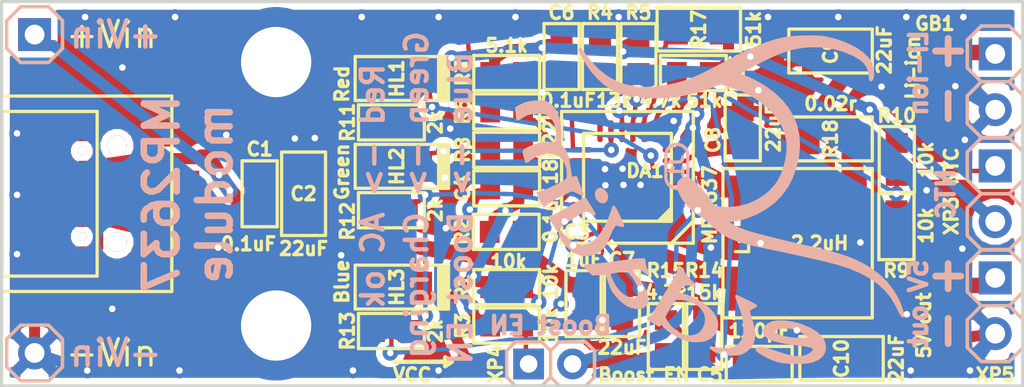
<source format=kicad_pcb>
(kicad_pcb (version 4) (host pcbnew "(2014-07-12 BZR 4289 GOST-COMMITTERS)-product")
  (layers (0 F.Cu signal hide) (31 B.Cu signal hide) (36 B.SilkS user) (37 F.SilkS user) (38 B.Mask user) (39 F.Mask user) (44 Edge.Cuts user))
  (net 0 "")
  (net 1 GND)
  (net 2 /NTC)
  (net 3 /LX2)
  (net 4 /LX1)
  (net 5 "Net-(HL2-PadA)")
  (net 6 "Net-(HL1-PadA)")
  (net 7 "Net-(HL3-PadA)")
  (net 8 +USBvcc)
  (net 9 /VCC)
  (net 10 +5V)
  (net 11 /FB)
  (net 12 "Net-(C6-Pad1)")
  (net 13 /+BATT)
  (net 14 /MODE)
  (net 15 /ILIM)
  (net 16 /VB)
  (net 17 /~EN)
  (net 18 /PWIN)
  (net 19 /REG)
  (net 20 /~ACOK)
  (net 21 /~CHG)
  (net 22 /~BOST)
  (net 23 /OLIM)
  (net 24 "Net-(DA1-Pad8)")
  (net 25 GNDP)
  (module Connectors:USB-mini_B (layer F.Cu) (at 105.25 58.75)
    (fp_text reference XS1 hide)
    (fp_text value USB-mini hide)
    (pad "" thru_hole circle (at 0 2.2) (size 0.9 0.9) (drill 0.9) (layers *.Cu *.Mask))
    (pad SHLD smd rect (at -3 -4.45) (size 2.5 2) (layers F.Cu F.Mask) (net 25 GNDP))
    (pad SHLD smd rect (at -3 4.45) (size 2.5 2) (layers F.Cu F.Mask) (net 25 GNDP))
    (pad SHLD smd rect (at 2.5 -4.45) (size 2.5 2) (layers F.Cu F.Mask) (net 25 GNDP))
    (pad SHLD smd rect (at 2.5 4.45) (size 2.5 2) (layers F.Cu F.Mask) (net 25 GNDP))
    (pad 1 smd rect (at 2.5 -1.6) (size 2.5 0.5) (layers F.Cu F.Mask) (net 8 +USBvcc))
    (pad 2 smd rect (at 2.5 -0.8) (size 2.5 0.5) (layers F.Cu F.Mask))
    (pad 3 smd rect (at 2.5 0) (size 2.5 0.5) (layers F.Cu F.Mask))
    (pad 4 smd rect (at 2.5 0.8) (size 2.5 0.5) (layers F.Cu F.Mask))
    (pad 5 smd rect (at 2.5 1.6) (size 2.5 0.5) (layers F.Cu F.Mask) (net 25 GNDP))
    (pad "" thru_hole circle (at 0 -2.2) (size 0.9 0.9) (drill 0.9) (layers *.Cu *.Mask))
  )
  (module Connectors:USB-micro_B (layer F.Cu) (at 101.5 58.75)
    (fp_text reference XS2 hide)
    (fp_text value USB-micro hide)
    (pad "" thru_hole circle (at 2.15 -1.95) (size 0.4 0.4) (drill 0.4) (layers *.Cu *.Mask))
    (pad SHLD smd rect (at 2.35 -3.2) (size 1.4 1.6) (layers F.Cu F.Mask) (net 25 GNDP))
    (pad SHLD smd rect (at 2.35 3.2) (size 1.4 1.6) (layers F.Cu F.Mask) (net 25 GNDP))
    (pad SHLD smd rect (at 0 -4.05) (size 1.9 1.9) (layers F.Cu F.Mask) (net 25 GNDP))
    (pad SHLD smd rect (at 0 -1.45) (size 1.9 1.9) (layers F.Cu F.Mask) (net 25 GNDP))
    (pad SHLD smd rect (at 0 1.45) (size 1.9 1.9) (layers F.Cu F.Mask) (net 25 GNDP))
    (pad SHLD smd rect (at 0 4.05) (size 1.9 1.9) (layers F.Cu F.Mask) (net 25 GNDP))
    (pad 1 smd rect (at 2.69 -1.3) (size 1.35 0.4) (layers F.Cu F.Mask) (net 8 +USBvcc))
    (pad 2 smd rect (at 2.69 -0.65) (size 1.35 0.4) (layers F.Cu F.Mask))
    (pad 3 smd rect (at 2.69 0) (size 1.35 0.4) (layers F.Cu F.Mask))
    (pad 4 smd rect (at 2.69 0.65) (size 1.35 0.4) (layers F.Cu F.Mask))
    (pad 5 smd rect (at 2.69 1.3) (size 1.35 0.4) (layers F.Cu F.Mask) (net 25 GNDP))
    (pad "" thru_hole circle (at 2.15 1.95) (size 0.4 0.4) (drill 0.4) (layers *.Cu *.Mask))
  )
  (module Capacitors:CAP0603 (layer F.Cu) (at 111.75 58.75 90)
    (fp_text reference C1 (at 2.032 0 360) (layer F.SilkS) (effects (font (size 0.6 0.6))))
    (fp_text value 0.1uF (at -2.286 -0.508 180) (layer F.SilkS) (effects (font (size 0.6 0.6))))
    (pad 1 smd rect (at -0.762 0 90) (size 0.889 1.016) (layers F.Cu F.Mask) (net 8 +USBvcc))
    (pad 2 smd rect (at 0.762 0 90) (size 0.889 1.016) (layers F.Cu F.Mask) (net 25 GNDP))
  )
  (module Connectors:PLS-1Rnd (layer F.Cu) (at 101.5 66)
    (fp_text reference XP2 hide)
    (fp_text value -Vin (at 3.5 0) (layer F.SilkS) (effects (font (size 1.2 1.2))))
    (pad 1 thru_hole circle (at 0 0) (size 1.5 1.5) (drill 0.9) (layers *.Cu *.Mask) (net 25 GNDP))
  )
  (module Capacitors:CAP0805 (layer F.Cu) (at 113.75 58.75 90)
    (fp_text reference C2 (at 0 0 180) (layer F.SilkS) (effects (font (size 0.6 0.6))))
    (fp_text value 22uF (at -2.5 0 180) (layer F.SilkS) (effects (font (size 0.6 0.6))))
    (pad 1 smd rect (at -1.05 0 90) (size 1.1 1.4) (layers F.Cu F.Mask) (net 8 +USBvcc))
    (pad 2 smd rect (at 1.05 0 90) (size 1.1 1.4) (layers F.Cu F.Mask) (net 25 GNDP))
  )
  (module Capacitors:CAP0603 (layer F.Cu) (at 126.5 63.75 270)
    (fp_text reference C3 (at -3.25 0.3 360) (layer F.SilkS) (effects (font (size 0.6 0.6))))
    (fp_text value 1uF (at -2 0 360) (layer F.SilkS) (effects (font (size 0.6 0.6))))
    (pad 1 smd rect (at -0.75 0 270) (size 0.9 1) (layers F.Cu F.Mask) (net 8 +USBvcc))
    (pad 2 smd rect (at 0.75 0 270) (size 0.9 1) (layers F.Cu F.Mask) (net 25 GNDP))
  )
  (module Capacitors:CAP0603 (layer F.Cu) (at 123 58.5 180)
    (fp_text reference C4 (at 2 0 270) (layer F.SilkS) (effects (font (size 0.6 0.6))))
    (fp_text value 0.1uF (at -2 -1.25 270) (layer F.SilkS) (effects (font (size 0.6 0.6))))
    (pad 1 smd rect (at -0.75 0 180) (size 0.9 1) (layers F.Cu F.Mask) (net 9 /VCC))
    (pad 2 smd rect (at 0.75 0 180) (size 0.9 1) (layers F.Cu F.Mask) (net 1 GND))
  )
  (module Capacitors:CAP0603 (layer F.Cu) (at 134.5 66.5 180)
    (fp_text reference C5 (at 2.25 -0.5 360) (layer F.SilkS) (effects (font (size 0.6 0.6))))
    (fp_text value 120pF (at 0 1.5 180) (layer F.SilkS) (effects (font (size 0.6 0.6))))
    (pad 1 smd rect (at -0.75 0 180) (size 0.9 1) (layers F.Cu F.Mask) (net 10 +5V))
    (pad 2 smd rect (at 0.75 0 180) (size 0.9 1) (layers F.Cu F.Mask) (net 11 /FB))
  )
  (module Capacitors:CAP0603 (layer F.Cu) (at 125.5 52.5 90)
    (fp_text reference C6 (at 2 0 180) (layer F.SilkS) (effects (font (size 0.6 0.6))))
    (fp_text value 0.1uF (at -2 0.3 180) (layer F.SilkS) (effects (font (size 0.6 0.6))))
    (pad 1 smd rect (at -0.75 0 90) (size 0.9 1) (layers F.Cu F.Mask) (net 12 "Net-(C6-Pad1)"))
    (pad 2 smd rect (at 0.75 0 90) (size 0.9 1) (layers F.Cu F.Mask) (net 1 GND))
  )
  (module Capacitors:CAP0603 (layer F.Cu) (at 128.25 63.75 270)
    (fp_text reference C7 (at -2 0 360) (layer F.SilkS) (effects (font (size 0.6 0.6))))
    (fp_text value 22uF (at 2 0 360) (layer F.SilkS) (effects (font (size 0.6 0.6))))
    (pad 1 smd rect (at -0.75 0 270) (size 0.9 1) (layers F.Cu F.Mask) (net 10 +5V))
    (pad 2 smd rect (at 0.75 0 270) (size 0.9 1) (layers F.Cu F.Mask) (net 25 GNDP))
  )
  (module Capacitors:CAP0805 (layer F.Cu) (at 138.25 66.25)
    (fp_text reference C10 (at 0 0 90) (layer F.SilkS) (effects (font (size 0.6 0.6))))
    (fp_text value 22uF (at 2.5 0 90) (layer F.SilkS) (effects (font (size 0.6 0.6))))
    (pad 1 smd rect (at -1.05 0) (size 1.1 1.4) (layers F.Cu F.Mask) (net 10 +5V))
    (pad 2 smd rect (at 1.05 0) (size 1.1 1.4) (layers F.Cu F.Mask) (net 25 GNDP))
  )
  (module QFN,_DFN,_LGA:FCQFN24 (layer F.Cu) (at 128.5 58 180)
    (fp_text reference DA1 (at -0.8 0.3 180) (layer F.SilkS) (effects (font (size 0.6 0.6))))
    (fp_text value MP2637 (at -3.75 -1.25 270) (layer F.SilkS) (effects (font (size 0.6 0.6))))
    (pad 22 smd oval (at -0.25 -1.75 90) (size 1.7 0.25) (layers F.Cu F.Mask) (net 4 /LX1))
    (pad 23 smd oval (at -0.75 -1.75 90) (size 1.7 0.25) (layers F.Cu F.Mask) (net 25 GNDP))
    (pad 24 smd oval (at -1.25 -2.1 90) (size 1 0.25) (layers F.Cu F.Mask) (net 25 GNDP))
    (pad 21 smd oval (at 0.25 -1.75 90) (size 1.7 0.25) (layers F.Cu F.Mask) (net 10 +5V))
    (pad 20 smd oval (at 0.75 -1.75 90) (size 1.7 0.25) (layers F.Cu F.Mask) (net 8 +USBvcc))
    (pad 19 smd oval (at 1.25 -2.1 90) (size 1 0.25) (layers F.Cu F.Mask) (net 14 /MODE))
    (pad 15 smd oval (at 2.1 0.25 180) (size 1 0.25) (layers F.Cu F.Mask) (net 15 /ILIM))
    (pad 16 smd oval (at 2.1 -0.25 180) (size 1 0.25) (layers F.Cu F.Mask) (net 9 /VCC))
    (pad 17 smd oval (at 2.1 -0.75 180) (size 1 0.25) (layers F.Cu F.Mask) (net 16 /VB))
    (pad 18 smd oval (at 2.1 -1.25 180) (size 1 0.25) (layers F.Cu F.Mask) (net 17 /~EN))
    (pad 14 smd oval (at 2.1 0.75 180) (size 1 0.25) (layers F.Cu F.Mask) (net 18 /PWIN))
    (pad 13 smd oval (at 2.1 1.25 180) (size 1 0.25) (layers F.Cu F.Mask) (net 12 "Net-(C6-Pad1)"))
    (pad 12 smd oval (at 1.25 2.1 90) (size 1 0.25) (layers F.Cu F.Mask) (net 19 /REG))
    (pad 11 smd oval (at 0.75 2.1 90) (size 1 0.25) (layers F.Cu F.Mask) (net 20 /~ACOK))
    (pad 10 smd oval (at 0.25 2.1 90) (size 1 0.25) (layers F.Cu F.Mask) (net 11 /FB))
    (pad 6 smd oval (at -2.1 1.25 180) (size 1 0.25) (layers F.Cu F.Mask) (net 1 GND))
    (pad 5 smd oval (at -2.1 0.75 180) (size 1 0.25) (layers F.Cu F.Mask) (net 13 /+BATT))
    (pad 1 smd rect (at -2.1 -1.25 180) (size 1 0.25) (layers F.Cu F.Mask) (net 25 GNDP))
    (pad 2 smd oval (at -2.1 -0.75 180) (size 1 0.25) (layers F.Cu F.Mask) (net 21 /~CHG))
    (pad 3 smd oval (at -2.1 -0.25 180) (size 1 0.25) (layers F.Cu F.Mask) (net 22 /~BOST))
    (pad 4 smd oval (at -2.1 0.25 180) (size 1 0.25) (layers F.Cu F.Mask) (net 3 /LX2))
    (pad 7 smd oval (at -1.25 2.1 90) (size 1 0.25) (layers F.Cu F.Mask) (net 23 /OLIM))
    (pad 8 smd oval (at -0.75 2.1 90) (size 1 0.25) (layers F.Cu F.Mask) (net 24 "Net-(DA1-Pad8)"))
    (pad 9 smd oval (at -0.25 2.1 90) (size 1 0.25) (layers F.Cu F.Mask) (net 2 /NTC))
  )
  (module LEDs:LED0805 (layer F.Cu) (at 118 53.5)
    (fp_text reference HL1 (at 0 0 90) (layer F.SilkS) (effects (font (size 0.6 0.6))))
    (fp_text value Red (at -2.5 0.25 90) (layer F.SilkS) (effects (font (size 0.6 0.6))))
    (pad A smd rect (at -1.05 0) (size 1.1 1.4) (layers F.Cu F.Mask) (net 6 "Net-(HL1-PadA)"))
    (pad C smd rect (at 1.05 0) (size 1.1 1.4) (layers F.Cu F.Mask) (net 21 /~CHG))
  )
  (module LEDs:LED0805 (layer F.Cu) (at 118 57.5)
    (fp_text reference HL2 (at 0 0 90) (layer F.SilkS) (effects (font (size 0.6 0.6))))
    (fp_text value Green (at -2.5 0.25 90) (layer F.SilkS) (effects (font (size 0.6 0.6))))
    (pad A smd rect (at -1.05 0) (size 1.1 1.4) (layers F.Cu F.Mask) (net 5 "Net-(HL2-PadA)"))
    (pad C smd rect (at 1.05 0) (size 1.1 1.4) (layers F.Cu F.Mask) (net 20 /~ACOK))
  )
  (module LEDs:LED0805 (layer F.Cu) (at 118 63)
    (fp_text reference HL3 (at 0 0 90) (layer F.SilkS) (effects (font (size 0.6 0.6))))
    (fp_text value Blue (at -2.5 -0.25 90) (layer F.SilkS) (effects (font (size 0.6 0.6))))
    (pad A smd rect (at -1.05 0) (size 1.1 1.4) (layers F.Cu F.Mask) (net 7 "Net-(HL3-PadA)"))
    (pad C smd rect (at 1.05 0) (size 1.1 1.4) (layers F.Cu F.Mask) (net 22 /~BOST))
  )
  (module PCB_details:Hole_for_M3_small (layer B.Cu) (at 112.5 52.75 180)
    (fp_text reference Hole1 hide)
    (fp_text value HoleMetalled hide)
    (pad H thru_hole circle (at 0 0 180) (size 5 5) (drill 3.2) (layers *.Cu *.Mask) (net 25 GNDP))
  )
  (module PCB_details:Hole_for_M3_small (layer B.Cu) (at 112.5 64.75 180)
    (fp_text reference Hole2 hide)
    (fp_text value HoleMetalled hide)
    (pad H thru_hole circle (at 0 0 180) (size 5 5) (drill 3.2) (layers *.Cu *.Mask) (net 25 GNDP))
  )
  (module Inductors:IND_6x6_5D28 (layer F.Cu) (at 136.25 61 90)
    (fp_text reference L1 (at 0 -2.5 90) (layer F.SilkS) (effects (font (size 0.6 0.6))))
    (fp_text value 2.2uH (at 0 1 180) (layer F.SilkS) (effects (font (size 0.6 0.6))))
    (pad 1 smd rect (at -2.075 0 90) (size 2 6.3) (layers F.Cu F.Mask) (net 4 /LX1))
    (pad 2 smd rect (at 2.075 0 90) (size 2 6.3) (layers F.Cu F.Mask) (net 3 /LX2))
  )
  (module Graphics:Eldalim_17x15_back (layer F.Cu) (at 132.25 59)
    (fp_text reference Label1 hide)
    (fp_text value Eldalim hide)
  )
  (module Resistors:RES0603 (layer F.Cu) (at 123 63)
    (fp_text reference R1 (at -2 0 90) (layer F.SilkS) (effects (font (size 0.6 0.6))))
    (fp_text value 10k (at 2 -0.25 90) (layer F.SilkS) (effects (font (size 0.6 0.6))))
    (pad 1 smd rect (at -0.75 0) (size 0.9 1) (layers F.Cu F.Mask) (net 9 /VCC))
    (pad 2 smd rect (at 0.75 0) (size 0.9 1) (layers F.Cu F.Mask) (net 17 /~EN))
  )
  (module Resistors:RES0603 (layer F.Cu) (at 122.977 60.4839)
    (fp_text reference R2 (at -2 0 90) (layer F.SilkS) (effects (font (size 0.6 0.6))))
    (fp_text value 10k (at 0.1 1.35 180) (layer F.SilkS) (effects (font (size 0.6 0.6))))
    (pad 1 smd rect (at -0.75 0) (size 0.9 1) (layers F.Cu F.Mask) (net 9 /VCC))
    (pad 2 smd rect (at 0.75 0) (size 0.9 1) (layers F.Cu F.Mask) (net 16 /VB))
  )
  (module Resistors:RES0603 (layer F.Cu) (at 123 64.75)
    (fp_text reference R3 (at -2 0 90) (layer F.SilkS) (effects (font (size 0.6 0.6))))
    (fp_text value 10k (at 2 0 90) (layer F.SilkS) (effects (font (size 0.6 0.6))))
    (pad 1 smd rect (at -0.75 0) (size 0.9 1) (layers F.Cu F.Mask) (net 1 GND))
    (pad 2 smd rect (at 0.75 0) (size 0.9 1) (layers F.Cu F.Mask) (net 14 /MODE))
  )
  (module Resistors:RES0603 (layer F.Cu) (at 127.25 52.5 270)
    (fp_text reference R4 (at -2 0 360) (layer F.SilkS) (effects (font (size 0.6 0.6))))
    (fp_text value 13k (at 2 -0.65 360) (layer F.SilkS) (effects (font (size 0.6 0.6))))
    (pad 1 smd rect (at -0.75 0 270) (size 0.9 1) (layers F.Cu F.Mask) (net 8 +USBvcc))
    (pad 2 smd rect (at 0.75 0 270) (size 0.9 1) (layers F.Cu F.Mask) (net 19 /REG))
  )
  (module Resistors:RES0603 (layer F.Cu) (at 129 52.5 90)
    (fp_text reference R5 (at 2 0 180) (layer F.SilkS) (effects (font (size 0.6 0.6))))
    (fp_text value 4.7k (at -2 1 180) (layer F.SilkS) (effects (font (size 0.6 0.6))))
    (pad 1 smd rect (at -0.75 0 90) (size 0.9 1) (layers F.Cu F.Mask) (net 19 /REG))
    (pad 2 smd rect (at 0.75 0 90) (size 0.9 1) (layers F.Cu F.Mask) (net 1 GND))
  )
  (module Resistors:RES0603 (layer F.Cu) (at 123 55)
    (fp_text reference R6 (at -2 0 90) (layer F.SilkS) (effects (font (size 0.6 0.6))))
    (fp_text value 22k (at 2 0.75 90) (layer F.SilkS) (effects (font (size 0.6 0.6))))
    (pad 1 smd rect (at -0.75 0) (size 0.9 1) (layers F.Cu F.Mask) (net 8 +USBvcc))
    (pad 2 smd rect (at 0.75 0) (size 0.9 1) (layers F.Cu F.Mask) (net 18 /PWIN))
  )
  (module Resistors:RES0603 (layer F.Cu) (at 123 53.25 180)
    (fp_text reference R7 (at 2 0 270) (layer F.SilkS) (effects (font (size 0.6 0.6))))
    (fp_text value 5.1k (at 0 1.25 180) (layer F.SilkS) (effects (font (size 0.6 0.6))))
    (pad 1 smd rect (at -0.75 0 180) (size 0.9 1) (layers F.Cu F.Mask) (net 18 /PWIN))
    (pad 2 smd rect (at 0.75 0 180) (size 0.9 1) (layers F.Cu F.Mask) (net 1 GND))
  )
  (module Resistors:RES0603 (layer F.Cu) (at 123 56.75 180)
    (fp_text reference R8 (at 2 0 270) (layer F.SilkS) (effects (font (size 0.6 0.6))))
    (fp_text value 18k (at -2 -0.75 270) (layer F.SilkS) (effects (font (size 0.6 0.6))))
    (pad 1 smd rect (at -0.75 0 180) (size 0.9 1) (layers F.Cu F.Mask) (net 15 /ILIM))
    (pad 2 smd rect (at 0.75 0 180) (size 0.9 1) (layers F.Cu F.Mask) (net 1 GND))
  )
  (module Resistors:RES0603 (layer F.Cu) (at 140.75 60.25 90)
    (fp_text reference R9 (at -2 0 360) (layer F.SilkS) (effects (font (size 0.6 0.6))))
    (fp_text value 10k (at 0.05 1.35 270) (layer F.SilkS) (effects (font (size 0.6 0.6))))
    (pad 1 smd rect (at -0.75 0 90) (size 0.9 1) (layers F.Cu F.Mask) (net 10 +5V))
    (pad 2 smd rect (at 0.75 0 90) (size 0.9 1) (layers F.Cu F.Mask) (net 2 /NTC))
  )
  (module Resistors:RES0603 (layer F.Cu) (at 140.766 57.1878 90)
    (fp_text reference R10 (at 2 0 180) (layer F.SilkS) (effects (font (size 0.6 0.6))))
    (fp_text value 10k (at -0.0122 1.3344 90) (layer F.SilkS) (effects (font (size 0.6 0.6))))
    (pad 1 smd rect (at -0.75 0 90) (size 0.9 1) (layers F.Cu F.Mask) (net 2 /NTC))
    (pad 2 smd rect (at 0.75 0 90) (size 0.9 1) (layers F.Cu F.Mask) (net 1 GND))
  )
  (module Resistors:RES0603 (layer F.Cu) (at 117.75 55.5 180)
    (fp_text reference R11 (at 2 0 270) (layer F.SilkS) (effects (font (size 0.6 0.6))))
    (fp_text value 2k (at -2 0 270) (layer F.SilkS) (effects (font (size 0.6 0.6))))
    (pad 1 smd rect (at -0.75 0 180) (size 0.9 1) (layers F.Cu F.Mask) (net 10 +5V))
    (pad 2 smd rect (at 0.75 0 180) (size 0.9 1) (layers F.Cu F.Mask) (net 6 "Net-(HL1-PadA)"))
  )
  (module Resistors:RES0603 (layer F.Cu) (at 117.75 59.5 180)
    (fp_text reference R12 (at 2 -0.5 270) (layer F.SilkS) (effects (font (size 0.6 0.6))))
    (fp_text value 2k (at -2 0 270) (layer F.SilkS) (effects (font (size 0.6 0.6))))
    (pad 1 smd rect (at -0.75 0 180) (size 0.9 1) (layers F.Cu F.Mask) (net 10 +5V))
    (pad 2 smd rect (at 0.75 0 180) (size 0.9 1) (layers F.Cu F.Mask) (net 5 "Net-(HL2-PadA)"))
  )
  (module Resistors:RES0603 (layer F.Cu) (at 117.75 65 180)
    (fp_text reference R13 (at 2 0 270) (layer F.SilkS) (effects (font (size 0.6 0.6))))
    (fp_text value 2k (at -2 0 270) (layer F.SilkS) (effects (font (size 0.6 0.6))))
    (pad 1 smd rect (at -0.75 0 180) (size 0.9 1) (layers F.Cu F.Mask) (net 10 +5V))
    (pad 2 smd rect (at 0.75 0 180) (size 0.9 1) (layers F.Cu F.Mask) (net 7 "Net-(HL3-PadA)"))
  )
  (module Resistors:RES0603 (layer F.Cu) (at 132 65.25 270)
    (fp_text reference R14 (at -3 0 360) (layer F.SilkS) (effects (font (size 0.6 0.6))))
    (fp_text value 15k (at -2 0 360) (layer F.SilkS) (effects (font (size 0.6 0.6))))
    (pad 1 smd rect (at -0.75 0 270) (size 0.9 1) (layers F.Cu F.Mask) (net 10 +5V))
    (pad 2 smd rect (at 0.75 0 270) (size 0.9 1) (layers F.Cu F.Mask) (net 11 /FB))
  )
  (module Resistors:RES0603 (layer F.Cu) (at 130.25 65.25 270)
    (fp_text reference R15 (at -3 0 360) (layer F.SilkS) (effects (font (size 0.6 0.6))))
    (fp_text value 4.7k (at -2 0 360) (layer F.SilkS) (effects (font (size 0.6 0.6))))
    (pad 1 smd rect (at -0.75 0 270) (size 0.9 1) (layers F.Cu F.Mask) (net 11 /FB))
    (pad 2 smd rect (at 0.75 0 270) (size 0.9 1) (layers F.Cu F.Mask) (net 1 GND))
  )
  (module Resistors:RES0603 (layer F.Cu) (at 131.5 53.25)
    (fp_text reference R16 (at 2 0 90) (layer F.SilkS) (effects (font (size 0.6 0.6))))
    (fp_text value 51k (at 0.5 1.25) (layer F.SilkS) (effects (font (size 0.6 0.6))))
    (pad 1 smd rect (at -0.75 0) (size 0.9 1) (layers F.Cu F.Mask) (net 23 /OLIM))
    (pad 2 smd rect (at 0.75 0) (size 0.9 1) (layers F.Cu F.Mask) (net 1 GND))
  )
  (module Resistors:RES0805 (layer F.Cu) (at 137.75 56.25 180)
    (fp_text reference R18 (at 0 0 270) (layer F.SilkS) (effects (font (size 0.6 0.6))))
    (fp_text value 0.02r (at 0 1.6 180) (layer F.SilkS) (effects (font (size 0.6 0.6))))
    (pad 1 smd rect (at -1.05 0 180) (size 1.1 1.4) (layers F.Cu F.Mask) (net 3 /LX2))
    (pad 2 smd rect (at 1.05 0 180) (size 1.1 1.4) (layers F.Cu F.Mask) (net 13 /+BATT))
  )
  (module Connectors:PLS-1 (layer F.Cu) (at 101.5 51.5)
    (fp_text reference XP1 hide)
    (fp_text value +Vin (at 3.5 0) (layer F.SilkS) (effects (font (size 1.2 1.2))))
    (pad 1 thru_hole rect (at 0 0) (size 1.5 1.5) (drill 0.9) (layers *.Cu *.Mask) (net 8 +USBvcc))
  )
  (module Connectors:PLS2-2 (layer F.Cu) (at 125 66.5)
    (fp_text reference XP4 (at -2.5 0 90) (layer F.SilkS) (effects (font (size 0.6 0.6))))
    (fp_text value "Boost EN" (at 4.25 0.5) (layer F.SilkS) (effects (font (size 0.6 0.6))))
    (pad 1 thru_hole rect (at -1 0) (size 1.4 1.4) (drill 0.8) (layers *.Cu *.Mask) (net 14 /MODE))
    (pad 2 thru_hole circle (at 1 0) (size 1.4 1.4) (drill 0.8) (layers *.Cu *.Mask) (net 1 GND))
  )
  (module Connectors:for_PolarOut_PLS-2 (layer F.Cu) (at 145.25 63.85 270)
    (fp_text reference XP5 (at 3.15 0 360) (layer F.SilkS) (effects (font (size 0.6 0.6))))
    (fp_text value "5V out" (at 0.9 3.25 450) (layer F.SilkS) (effects (font (size 0.6 0.6))))
    (fp_text user - (at 1.15 2.25 270) (layer F.SilkS) (effects (font (size 1.5 1.5) (thickness 0.3))))
    (fp_text user + (at -1.35 2.25 270) (layer F.SilkS) (effects (font (size 1.5 1.5) (thickness 0.3))))
    (fp_text user - (at 1.15 2.25 270) (layer B.SilkS) (effects (font (size 1.5 1.5) (thickness 0.3)) (justify mirror)))
    (fp_text user + (at -1.35 2.25 270) (layer B.SilkS) (effects (font (size 1.5 1.5) (thickness 0.3)) (justify mirror)))
    (pad 1 thru_hole rect (at -1.27 0 270) (size 1.5 1.5) (drill 0.9) (layers *.Cu *.Mask) (net 10 +5V))
    (pad 2 thru_hole circle (at 1.27 0 270) (size 1.5 1.5) (drill 0.9) (layers *.Cu *.Mask) (net 25 GNDP))
  )
  (module Resistors:RES0805 (layer F.Cu) (at 131.75 51.25)
    (fp_text reference R17 (at 0 0 90) (layer F.SilkS) (effects (font (size 0.6 0.6))))
    (fp_text value 51k (at 2.5 0 90) (layer F.SilkS) (effects (font (size 0.6 0.6))))
    (pad 1 smd rect (at -1.05 0) (size 1.1 1.4) (layers F.Cu F.Mask) (net 24 "Net-(DA1-Pad8)"))
    (pad 2 smd rect (at 1.05 0) (size 1.1 1.4) (layers F.Cu F.Mask) (net 1 GND))
  )
  (module PCB_details:TestPoint_1mm (layer F.Cu) (at 121.25 66.5)
    (fp_text reference TP1 hide)
    (fp_text value VCC (at -2.55 0.5) (layer F.SilkS) (effects (font (size 0.6 0.6))))
    (pad 1 smd circle (at 0 0) (size 1 1) (layers F.Cu F.Mask) (net 9 /VCC))
  )
  (module Capacitors:CAP0603 (layer F.Cu) (at 133.75 55.75 90)
    (fp_text reference C8 (at -0.55 -1.35 90) (layer F.SilkS) (effects (font (size 0.6 0.6))))
    (fp_text value 22uF (at 0 1.4 90) (layer F.SilkS) (effects (font (size 0.6 0.6))))
    (pad 1 smd rect (at -0.75 0 90) (size 0.9 1) (layers F.Cu F.Mask) (net 13 /+BATT))
    (pad 2 smd rect (at 0.75 0 90) (size 0.9 1) (layers F.Cu F.Mask) (net 25 GNDP))
  )
  (module Capacitors:CAP0805 (layer F.Cu) (at 137.75 52.25 180)
    (fp_text reference C9 (at 0 0 270) (layer F.SilkS) (effects (font (size 0.6 0.6))))
    (fp_text value 22uF (at -2.45 0.05 270) (layer F.SilkS) (effects (font (size 0.6 0.6))))
    (pad 1 smd rect (at -1.05 0 180) (size 1.1 1.4) (layers F.Cu F.Mask) (net 13 /+BATT))
    (pad 2 smd rect (at 1.05 0 180) (size 1.1 1.4) (layers F.Cu F.Mask) (net 25 GNDP))
  )
  (module Connectors:for_PolarOut_PLS-2 (layer F.Cu) (at 145.25 53.65 270)
    (fp_text reference GB1 (at -2.65 2.75 360) (layer F.SilkS) (effects (font (size 0.6 0.6))))
    (fp_text value Li-ion (at -0.65 3.75 270) (layer F.SilkS) (effects (font (size 0.6 0.6))))
    (fp_text user - (at 1.1 2.25 270) (layer F.SilkS) (effects (font (size 1.5 1.5) (thickness 0.3))))
    (fp_text user + (at -1.4 2.25 270) (layer F.SilkS) (effects (font (size 1.5 1.5) (thickness 0.3))))
    (fp_text user - (at 1.1 2.25 270) (layer B.SilkS) (effects (font (size 1.5 1.5) (thickness 0.3)) (justify mirror)))
    (fp_text user + (at -1.4 2.25 270) (layer B.SilkS) (effects (font (size 1.5 1.5) (thickness 0.3)) (justify mirror)))
    (pad 1 thru_hole rect (at -1.27 0 270) (size 1.5 1.5) (drill 0.9) (layers *.Cu *.Mask) (net 13 /+BATT))
    (pad 2 thru_hole circle (at 1.27 0 270) (size 1.5 1.5) (drill 0.9) (layers *.Cu *.Mask) (net 25 GNDP))
  )
  (module Connectors:PLS-2 (layer F.Cu) (at 145.25 58.75 270)
    (fp_text reference XP3 (at 1 2 270) (layer F.SilkS) (effects (font (size 0.6 0.6))))
    (fp_text value NTC (at -1.25 2 270) (layer F.SilkS) (effects (font (size 0.6 0.6))))
    (pad 1 thru_hole rect (at -1.27 0 270) (size 1.5 1.5) (drill 0.9) (layers *.Cu *.Mask) (net 2 /NTC))
    (pad 2 thru_hole circle (at 1.27 0 270) (size 1.5 1.5) (drill 0.9) (layers *.Cu *.Mask) (net 1 GND))
  )
  (module Power:Jump_0.5mm (layer B.Cu) (at 130.75 57.5 270)
    (fp_text reference J1 (at 0 0 450) (layer B.SilkS) (effects (font (size 0.6 0.6)) (justify mirror)))
    (fp_text value Jumper hide)
    (fp_line (start 0.5 0) (end -0.5 0) (layer B.Cu) (width 0.5))
    (pad 1 smd circle (at -0.5 0 270) (size 0.5 0.5) (layers B.Cu) (net 1 GND))
    (pad 2 smd circle (at 0.5 0 270) (size 0.5 0.5) (layers B.Cu) (net 25 GNDP))
  )
  (gr_text -Vin (at 105.2 66) (layer B.SilkS) (effects (font (size 1.2 1.2) (thickness 0.2)) (justify mirror)))
  (gr_text +Vin (at 105.2 51.5) (layer B.SilkS) (effects (font (size 1.2 1.2) (thickness 0.2)) (justify mirror)))
  (gr_text "Blue -> Boost EN" (at 120.9 59.4 90) (layer B.SilkS) (effects (font (size 1 1) (thickness 0.2)) (justify mirror)))
  (gr_text "Green -> Charging" (at 118.9 58.8 90) (layer B.SilkS) (effects (font (size 1 1) (thickness 0.2)) (justify mirror)))
  (gr_text "5V out" (at 141.75 63.75 90) (layer B.SilkS) (effects (font (size 0.8 0.8) (thickness 0.2)) (justify mirror)))
  (gr_text Li-ion (at 141.75 53.25 90) (layer B.SilkS) (effects (font (size 0.8 0.8) (thickness 0.2)) (justify mirror)))
  (gr_text NTC (at 143 58.75 90) (layer B.SilkS) (effects (font (size 0.8 0.8) (thickness 0.2)) (justify mirror)))
  (gr_text "Boost EN" (at 125 64.75) (layer B.SilkS) (effects (font (size 0.8 0.8) (thickness 0.2)) (justify mirror)))
  (gr_line (start 120.2 66.2) (end 120.5 66.4) (angle 90) (layer F.SilkS) (width 0.2))
  (gr_line (start 120.2 66.6) (end 120.2 66.2) (angle 90) (layer F.SilkS) (width 0.2))
  (gr_line (start 120.5 66.4) (end 120.2 66.6) (angle 90) (layer F.SilkS) (width 0.2))
  (gr_line (start 120.4 66.4) (end 117.9 66.4) (angle 90) (layer F.SilkS) (width 0.2))
  (gr_line (start 100 50) (end 146.5 50) (angle 90) (layer Edge.Cuts) (width 0.15))
  (gr_line (start 146.5 67.5) (end 100 67.5) (angle 90) (layer Edge.Cuts) (width 0.15))
  (gr_text "Red -> AC ok" (at 116.9 58.4 90) (layer B.SilkS) (effects (font (size 1 1) (thickness 0.2)) (justify mirror)))
  (gr_line (start 100 67.5) (end 100 50) (angle 90) (layer Edge.Cuts) (width 0.15))
  (gr_line (start 146.5 67.5) (end 146.5 50) (angle 90) (layer Edge.Cuts) (width 0.15))
  (gr_text "MP2637\nmodule" (at 108.5 58.75 90) (layer B.SilkS) (effects (font (size 1.5 1.5) (thickness 0.3)) (justify mirror)))
  (segment (start 134.1 52.5) (end 133.1 52.5) (width 0.5) (layer F.Cu) (net 1))
  (segment (start 131.15 56.1916) (end 131.482 55.7458) (width 0.5) (layer F.Cu) (net 1))
  (segment (start 133.1 52.5) (end 133.1 51.95) (width 0.5) (layer F.Cu) (net 1))
  (segment (start 133.1 51.95) (end 133.1 51.7) (width 0.5) (layer F.Cu) (net 1))
  (segment (start 133.1 51.7) (end 132.8 51.25) (width 0.5) (layer F.Cu) (net 1))
  (segment (start 131.653 55.1147) (end 131.482 55.7458) (width 0.5) (layer F.Cu) (net 1))
  (segment (start 128.3 52.2717) (end 128.3 52.1172) (width 0.5) (layer F.Cu) (net 1))
  (segment (start 128.3 52.1172) (end 128.4172 52) (width 0.5) (layer F.Cu) (net 1))
  (segment (start 128.4172 52) (end 128.5 51.95) (width 0.5) (layer F.Cu) (net 1))
  (segment (start 128.5 51.95) (end 128.75 51.95) (width 0.5) (layer F.Cu) (net 1))
  (segment (start 128.75 51.95) (end 129 51.75) (width 0.5) (layer F.Cu) (net 1))
  (segment (start 133.1 52.5) (end 132.95 52.8536) (width 0.5) (layer F.Cu) (net 1))
  (segment (start 132.95 52.8536) (end 132.8036 53) (width 0.5) (layer F.Cu) (net 1))
  (segment (start 132.8036 53) (end 132.7 53) (width 0.5) (layer F.Cu) (net 1))
  (segment (start 132.7 53) (end 132.45 53) (width 0.5) (layer F.Cu) (net 1))
  (segment (start 132.45 53) (end 132.25 53.25) (width 0.5) (layer F.Cu) (net 1))
  (segment (start 130.6 56.75) (end 130.975 56.75) (width 0.2) (layer F.Cu) (net 1))
  (segment (start 130.975 56.75) (end 131.15 56.1916) (width 0.2) (layer F.Cu) (net 1))
  (segment (start 139.533 54.9132) (end 140.3696 55.7378) (width 0.5) (layer F.Cu) (net 1))
  (segment (start 140.3696 55.7378) (end 140.516 55.8842) (width 0.5) (layer F.Cu) (net 1))
  (segment (start 140.516 55.8842) (end 140.516 55.9878) (width 0.5) (layer F.Cu) (net 1))
  (segment (start 140.516 55.9878) (end 140.516 56.2378) (width 0.5) (layer F.Cu) (net 1))
  (segment (start 140.516 56.2378) (end 140.766 56.4378) (width 0.5) (layer F.Cu) (net 1))
  (segment (start 121.323 59.4677) (end 121.3268 59.444) (width 0.5) (layer F.Cu) (net 1))
  (segment (start 121.3268 59.444) (end 121.55 58.8964) (width 0.5) (layer F.Cu) (net 1))
  (segment (start 121.55 58.8964) (end 121.6964 58.75) (width 0.5) (layer F.Cu) (net 1))
  (segment (start 121.6964 58.75) (end 121.8 58.75) (width 0.5) (layer F.Cu) (net 1))
  (segment (start 121.8 58.75) (end 122.05 58.75) (width 0.5) (layer F.Cu) (net 1))
  (segment (start 122.05 58.75) (end 122.25 58.5) (width 0.5) (layer F.Cu) (net 1))
  (segment (start 124.6 52.1) (end 124.8964 51.95) (width 0.5) (layer F.Cu) (net 1))
  (segment (start 124.8964 51.95) (end 125 51.95) (width 0.5) (layer F.Cu) (net 1))
  (segment (start 125 51.95) (end 125.25 51.95) (width 0.5) (layer F.Cu) (net 1))
  (segment (start 125.25 51.95) (end 125.5 51.75) (width 0.5) (layer F.Cu) (net 1))
  (segment (start 131.653 55.1147) (end 132.05 53.8536) (width 0.5) (layer F.Cu) (net 1))
  (segment (start 132.05 53.8536) (end 132.05 53.75) (width 0.5) (layer F.Cu) (net 1))
  (segment (start 132.05 53.75) (end 132.05 53.5) (width 0.5) (layer F.Cu) (net 1))
  (segment (start 132.05 53.5) (end 132.25 53.25) (width 0.5) (layer F.Cu) (net 1))
  (segment (start 122.25 64.75) (end 122.05 64.5) (width 0.5) (layer F.Cu) (net 1))
  (segment (start 122.05 64.5) (end 121.8 64.5) (width 0.5) (layer F.Cu) (net 1))
  (segment (start 121.8 64.5) (end 121.6964 64.5) (width 0.5) (layer F.Cu) (net 1))
  (segment (start 121.6964 64.5) (end 121.55 64.3536) (width 0.5) (layer F.Cu) (net 1))
  (segment (start 121.55 64.3536) (end 121.397 63.8836) (width 0.5) (layer F.Cu) (net 1))
  (segment (start 122.25 58.5) (end 122.25 58.25) (width 0.5) (layer F.Cu) (net 1))
  (segment (start 122.25 58.25) (end 122.25 58) (width 0.5) (layer F.Cu) (net 1))
  (segment (start 122.25 58) (end 122.25 57.25) (width 0.5) (layer F.Cu) (net 1))
  (segment (start 122.25 57.25) (end 122.25 57) (width 0.5) (layer F.Cu) (net 1))
  (segment (start 122.25 57) (end 122.25 56.75) (width 0.5) (layer F.Cu) (net 1))
  (segment (start 126 66.5) (end 129.6464 66.2) (width 0.5) (layer F.Cu) (net 1))
  (segment (start 129.6464 66.2) (end 129.75 66.2) (width 0.5) (layer F.Cu) (net 1))
  (segment (start 129.75 66.2) (end 130 66.2) (width 0.5) (layer F.Cu) (net 1))
  (segment (start 130 66.2) (end 130.25 66) (width 0.5) (layer F.Cu) (net 1))
  (segment (start 124.6 52.1) (end 123.0721 52.1999) (width 0.5) (layer F.Cu) (net 1))
  (segment (start 123.0721 52.1999) (end 122.5964 52.5) (width 0.5) (layer F.Cu) (net 1))
  (segment (start 122.5964 52.5) (end 122.45 52.6464) (width 0.5) (layer F.Cu) (net 1))
  (segment (start 122.45 52.6464) (end 122.45 52.75) (width 0.5) (layer F.Cu) (net 1))
  (segment (start 122.45 52.75) (end 122.45 53) (width 0.5) (layer F.Cu) (net 1))
  (segment (start 122.45 53) (end 122.25 53.25) (width 0.5) (layer F.Cu) (net 1))
  (segment (start 122.25 56.75) (end 122.05 56.5) (width 0.5) (layer F.Cu) (net 1))
  (segment (start 122.05 56.5) (end 121.8 56.5) (width 0.5) (layer F.Cu) (net 1))
  (segment (start 121.8 56.5) (end 121.6964 56.5) (width 0.5) (layer F.Cu) (net 1))
  (segment (start 121.6964 56.5) (end 121.55 56.3536) (width 0.5) (layer F.Cu) (net 1))
  (segment (start 121.55 56.3536) (end 121.2895 55.7115) (width 0.5) (layer F.Cu) (net 1))
  (segment (start 121.2895 55.7115) (end 121.2895 55.4252) (width 0.5) (layer F.Cu) (net 1))
  (segment (start 121.2895 55.4252) (end 120.7498 54.185) (width 0.5) (layer F.Cu) (net 1))
  (segment (start 120.7498 54.185) (end 120.491 52.5601) (width 0.5) (layer F.Cu) (net 1))
  (segment (start 139.533 54.9132) (end 134.1 52.5) (width 0.5) (layer B.Cu) (net 1))
  (segment (start 145.25 60.02) (end 139.533 54.9132) (width 0.5) (layer B.Cu) (net 1))
  (segment (start 120.491 52.5601) (end 124.6 52.1) (width 0.5) (layer B.Cu) (net 1))
  (segment (start 128.3 52.2717) (end 132.4614 52.4143) (width 0.5) (layer B.Cu) (net 1))
  (segment (start 132.4614 52.4143) (end 134.1 52.5) (width 0.5) (layer B.Cu) (net 1))
  (segment (start 131.482 55.7458) (end 131.653 55.1147) (width 0.5) (layer B.Cu) (net 1))
  (segment (start 121.397 63.8836) (end 120.5979 62.8651) (width 0.5) (layer B.Cu) (net 1))
  (segment (start 120.5979 62.8651) (end 120.5979 62.1195) (width 0.5) (layer B.Cu) (net 1))
  (segment (start 120.5979 62.1195) (end 121.1241 60.6899) (width 0.5) (layer B.Cu) (net 1))
  (segment (start 121.1241 60.6899) (end 121.323 59.4677) (width 0.5) (layer B.Cu) (net 1))
  (segment (start 124.6 52.1) (end 128.3 52.2717) (width 0.5) (layer B.Cu) (net 1))
  (segment (start 126 66.5) (end 127.9068 65.9002) (width 0.5) (layer B.Cu) (net 1))
  (segment (start 127.9068 65.9002) (end 129.8009 65.2647) (width 0.5) (layer B.Cu) (net 1))
  (segment (start 129.8009 65.2647) (end 130.1465 65.1215) (width 0.5) (layer B.Cu) (net 1))
  (segment (start 130.1465 65.1215) (end 131.1491 64.1189) (width 0.5) (layer B.Cu) (net 1))
  (segment (start 131.1491 64.1189) (end 131.2923 63.7733) (width 0.5) (layer B.Cu) (net 1))
  (segment (start 131.2923 63.7733) (end 131.45 60.8479) (width 0.5) (layer B.Cu) (net 1))
  (segment (start 131.45 60.8479) (end 131.9479 60.35) (width 0.5) (layer B.Cu) (net 1))
  (segment (start 131.9479 60.35) (end 132.0521 60.35) (width 0.5) (layer B.Cu) (net 1))
  (segment (start 132.0521 60.35) (end 132.55 59.8521) (width 0.5) (layer B.Cu) (net 1))
  (segment (start 132.55 59.8521) (end 132.55 59.1479) (width 0.5) (layer B.Cu) (net 1))
  (segment (start 132.55 59.1479) (end 131.482 55.7458) (width 0.5) (layer B.Cu) (net 1))
  (segment (start 130.75 57) (end 131.482 55.7953) (width 0.5) (layer B.Cu) (net 1))
  (segment (start 131.482 55.7953) (end 131.482 55.7458) (width 0.5) (layer B.Cu) (net 1))
  (via (at 121.397 63.8836) (size 0.7) (layers F.Cu B.Cu) (net 1))
  (via (at 121.323 59.4677) (size 0.7) (layers F.Cu B.Cu) (net 1))
  (via (at 139.533 54.9132) (size 0.7) (layers F.Cu B.Cu) (net 1))
  (via (at 131.653 55.1147) (size 0.7) (layers F.Cu B.Cu) (net 1))
  (via (at 131.482 55.7458) (size 0.7) (layers F.Cu B.Cu) (net 1))
  (via (at 134.1 52.5) (size 0.7) (layers F.Cu B.Cu) (net 1))
  (via (at 128.3 52.2717) (size 0.7) (layers F.Cu B.Cu) (net 1))
  (via (at 124.6 52.1) (size 0.7) (layers F.Cu B.Cu) (net 1))
  (via (at 120.491 52.5601) (size 0.7) (layers F.Cu B.Cu) (net 1))
  (segment (start 140.766 57.9378) (end 141.166 57.7089) (width 0.2) (layer F.Cu) (net 2))
  (segment (start 141.166 57.7089) (end 141.266 57.7089) (width 0.2) (layer F.Cu) (net 2))
  (segment (start 141.266 57.7089) (end 144.5 57.7089) (width 0.2) (layer F.Cu) (net 2))
  (segment (start 144.5 57.7089) (end 144.6 57.7089) (width 0.2) (layer F.Cu) (net 2))
  (segment (start 144.6 57.7089) (end 145.25 57.48) (width 0.2) (layer F.Cu) (net 2))
  (segment (start 140.753 58.7551) (end 140.753 59.05) (width 0.2) (layer F.Cu) (net 2))
  (segment (start 140.753 59.05) (end 140.753 59.15) (width 0.2) (layer F.Cu) (net 2))
  (segment (start 140.753 59.15) (end 140.75 59.5) (width 0.2) (layer F.Cu) (net 2))
  (segment (start 140.753 58.7551) (end 140.753 58.3878) (width 0.2) (layer F.Cu) (net 2))
  (segment (start 140.753 58.3878) (end 140.753 58.2878) (width 0.2) (layer F.Cu) (net 2))
  (segment (start 140.753 58.2878) (end 140.766 57.9378) (width 0.2) (layer F.Cu) (net 2))
  (segment (start 128.75 55.9) (end 128.75 55.525) (width 0.2) (layer F.Cu) (net 2))
  (segment (start 128.75 55.525) (end 128.7663 55.3246) (width 0.2) (layer F.Cu) (net 2))
  (segment (start 128.7663 55.3246) (end 128.8277 55.2492) (width 0.2) (layer F.Cu) (net 2))
  (segment (start 128.8277 55.2492) (end 128.8277 55.143) (width 0.2) (layer F.Cu) (net 2))
  (segment (start 128.8277 55.143) (end 128.8577 54.8139) (width 0.2) (layer F.Cu) (net 2))
  (segment (start 128.8577 54.8139) (end 128.916 54.4472) (width 0.2) (layer F.Cu) (net 2))
  (segment (start 128.916 54.4472) (end 131.1352 53.8645) (width 0.2) (layer B.Cu) (net 2))
  (segment (start 131.1352 53.8645) (end 132.1708 53.8645) (width 0.2) (layer B.Cu) (net 2))
  (segment (start 132.1708 53.8645) (end 140.753 58.7551) (width 0.2) (layer B.Cu) (net 2))
  (via (at 140.753 58.7551) (size 0.7) (layers F.Cu B.Cu) (net 2))
  (via (at 128.916 54.4472) (size 0.7) (layers F.Cu B.Cu) (net 2))
  (segment (start 136.25 58.925) (end 133.6 58.425) (width 1) (layer F.Cu) (net 3))
  (segment (start 133.6 58.425) (end 133.1 58.425) (width 1) (layer F.Cu) (net 3))
  (segment (start 133.1 58.425) (end 132.8929 58.425) (width 1) (layer F.Cu) (net 3))
  (segment (start 132.8929 58.425) (end 132.165 58.0195) (width 1) (layer F.Cu) (net 3))
  (segment (start 130.6 57.75) (end 130.975 57.75) (width 0.2) (layer F.Cu) (net 3))
  (segment (start 130.975 57.75) (end 131.3892 57.75) (width 0.2) (layer F.Cu) (net 3))
  (segment (start 131.3892 57.75) (end 132.165 58.0195) (width 0.2) (layer F.Cu) (net 3))
  (segment (start 136.25 58.925) (end 138.7501 58.425) (width 1) (layer F.Cu) (net 3))
  (segment (start 138.7501 58.425) (end 138.7501 57.925) (width 1) (layer F.Cu) (net 3))
  (segment (start 138.7501 57.925) (end 138.7501 56.95) (width 1) (layer F.Cu) (net 3))
  (segment (start 138.7501 56.95) (end 138.7501 56.45) (width 1) (layer F.Cu) (net 3))
  (segment (start 138.7501 56.45) (end 138.8 56.25) (width 1) (layer F.Cu) (net 3))
  (segment (start 128.75 59.75) (end 128.75 60.475) (width 0.2) (layer F.Cu) (net 4))
  (segment (start 128.75 60.475) (end 128.75 60.6821) (width 0.2) (layer F.Cu) (net 4))
  (segment (start 128.75 60.6821) (end 129.266 61.4455) (width 0.2) (layer F.Cu) (net 4))
  (segment (start 129.266 61.4455) (end 131.8374 62.3167) (width 1) (layer F.Cu) (net 4))
  (segment (start 131.8374 62.3167) (end 132.1161 62.3167) (width 1) (layer F.Cu) (net 4))
  (segment (start 132.1161 62.3167) (end 132.8929 62.575) (width 1) (layer F.Cu) (net 4))
  (segment (start 132.8929 62.575) (end 133.1 62.575) (width 1) (layer F.Cu) (net 4))
  (segment (start 133.1 62.575) (end 133.6 62.575) (width 1) (layer F.Cu) (net 4))
  (segment (start 133.6 62.575) (end 136.25 63.075) (width 1) (layer F.Cu) (net 4))
  (segment (start 117 59.5) (end 116.975 59.1) (width 0.2) (layer F.Cu) (net 5))
  (segment (start 116.975 59.1) (end 116.975 59) (width 0.2) (layer F.Cu) (net 5))
  (segment (start 116.975 59) (end 116.975 58.2) (width 0.2) (layer F.Cu) (net 5))
  (segment (start 116.975 58.2) (end 116.975 58.1) (width 0.2) (layer F.Cu) (net 5))
  (segment (start 116.975 58.1) (end 116.95 57.5) (width 0.2) (layer F.Cu) (net 5))
  (segment (start 117 55.5) (end 116.975 55.1) (width 0.2) (layer F.Cu) (net 6))
  (segment (start 116.975 55.1) (end 116.975 55) (width 0.2) (layer F.Cu) (net 6))
  (segment (start 116.975 55) (end 116.975 54.2) (width 0.2) (layer F.Cu) (net 6))
  (segment (start 116.975 54.2) (end 116.975 54.1) (width 0.2) (layer F.Cu) (net 6))
  (segment (start 116.975 54.1) (end 116.95 53.5) (width 0.2) (layer F.Cu) (net 6))
  (segment (start 117 65) (end 116.975 64.6) (width 0.2) (layer F.Cu) (net 7))
  (segment (start 116.975 64.6) (end 116.975 64.5) (width 0.2) (layer F.Cu) (net 7))
  (segment (start 116.975 64.5) (end 116.975 63.7) (width 0.2) (layer F.Cu) (net 7))
  (segment (start 116.975 63.7) (end 116.975 63.6) (width 0.2) (layer F.Cu) (net 7))
  (segment (start 116.975 63.6) (end 116.95 63) (width 0.2) (layer F.Cu) (net 7))
  (segment (start 126.5 63) (end 126.65 62.9) (width 0.7) (layer F.Cu) (net 8))
  (segment (start 126.65 62.9) (end 126.65 62.55) (width 0.7) (layer F.Cu) (net 8))
  (segment (start 126.65 62.55) (end 126.65 62.405) (width 0.7) (layer F.Cu) (net 8))
  (segment (start 126.65 62.405) (end 127.088 61.3639) (width 0.7) (layer F.Cu) (net 8))
  (segment (start 110.4 58.6) (end 109.9 57.9) (width 0.7) (layer F.Cu) (net 8))
  (segment (start 107.75 57.15) (end 106.75 57.15) (width 0.5) (layer F.Cu) (net 8))
  (segment (start 106.75 57.15) (end 106.5 57.15) (width 0.5) (layer F.Cu) (net 8))
  (segment (start 106.5 57.15) (end 106.2721 57.1499) (width 0.5) (layer F.Cu) (net 8))
  (segment (start 106.2721 57.1499) (end 104.9081 57.354) (width 0.5) (layer F.Cu) (net 8))
  (segment (start 104.9081 57.354) (end 104.899 57.354) (width 0.5) (layer F.Cu) (net 8))
  (segment (start 110.4 58.6) (end 110.892 59.2125) (width 0.7) (layer F.Cu) (net 8))
  (segment (start 110.892 59.2125) (end 111.097 59.4175) (width 0.7) (layer F.Cu) (net 8))
  (segment (start 111.097 59.4175) (end 111.242 59.4175) (width 0.7) (layer F.Cu) (net 8))
  (segment (start 111.242 59.4175) (end 111.592 59.4175) (width 0.7) (layer F.Cu) (net 8))
  (segment (start 111.592 59.4175) (end 111.75 59.512) (width 0.7) (layer F.Cu) (net 8))
  (segment (start 111.75 59.512) (end 111.908 59.6065) (width 0.7) (layer F.Cu) (net 8))
  (segment (start 111.908 59.6065) (end 112.258 59.6065) (width 0.7) (layer F.Cu) (net 8))
  (segment (start 112.258 59.6065) (end 113.05 59.6065) (width 0.7) (layer F.Cu) (net 8))
  (segment (start 113.05 59.6065) (end 113.4 59.6065) (width 0.7) (layer F.Cu) (net 8))
  (segment (start 113.4 59.6065) (end 113.75 59.8) (width 0.7) (layer F.Cu) (net 8))
  (segment (start 107.75 57.15) (end 108.75 57.15) (width 0.5) (layer F.Cu) (net 8))
  (segment (start 108.75 57.15) (end 109 57.15) (width 0.5) (layer F.Cu) (net 8))
  (segment (start 109 57.15) (end 109.1008 57.0758) (width 0.5) (layer F.Cu) (net 8))
  (segment (start 113.75 59.8) (end 114.35 59.6) (width 0.2) (layer F.Cu) (net 8))
  (segment (start 114.35 59.6) (end 114.45 59.6) (width 0.2) (layer F.Cu) (net 8))
  (segment (start 114.45 59.6) (end 114.595 59.6) (width 0.2) (layer F.Cu) (net 8))
  (segment (start 114.595 59.6) (end 114.8 59.395) (width 0.2) (layer F.Cu) (net 8))
  (segment (start 114.8 59.395) (end 115.9999 52.6343) (width 0.2) (layer F.Cu) (net 8))
  (segment (start 115.9999 52.6343) (end 116.2343 52.3999) (width 0.2) (layer F.Cu) (net 8))
  (segment (start 116.2343 52.3999) (end 120.1803 51.81) (width 0.2) (layer F.Cu) (net 8))
  (segment (start 120.1803 51.81) (end 121.223 51.6749) (width 0.2) (layer F.Cu) (net 8))
  (segment (start 127.25 51.75) (end 126.85 51.4) (width 0.2) (layer F.Cu) (net 8))
  (segment (start 126.85 51.4) (end 126.85 51.3) (width 0.2) (layer F.Cu) (net 8))
  (segment (start 126.85 51.3) (end 126.85 51.2586) (width 0.2) (layer F.Cu) (net 8))
  (segment (start 126.85 51.2586) (end 126.7914 51.2) (width 0.2) (layer F.Cu) (net 8))
  (segment (start 126.7914 51.2) (end 126.1657 50.8999) (width 0.2) (layer F.Cu) (net 8))
  (segment (start 126.1657 50.8999) (end 125.1657 50.8999) (width 0.2) (layer F.Cu) (net 8))
  (segment (start 125.1657 50.8999) (end 124.8343 50.8999) (width 0.2) (layer F.Cu) (net 8))
  (segment (start 124.8343 50.8999) (end 124.5236 51.0499) (width 0.2) (layer F.Cu) (net 8))
  (segment (start 124.5236 51.0499) (end 123.7107 51.4501) (width 0.2) (layer F.Cu) (net 8))
  (segment (start 123.7107 51.4501) (end 122.2029 51.5498) (width 0.2) (layer F.Cu) (net 8))
  (segment (start 122.2029 51.5498) (end 121.223 51.6749) (width 0.2) (layer F.Cu) (net 8))
  (segment (start 109.9 57.9) (end 109.6498 57.4564) (width 0.7) (layer F.Cu) (net 8))
  (segment (start 109.6498 57.4564) (end 109.2692 57.0758) (width 0.7) (layer F.Cu) (net 8))
  (segment (start 109.2692 57.0758) (end 109.1008 57.0758) (width 0.7) (layer F.Cu) (net 8))
  (segment (start 127.75 59.75) (end 127.75 60.475) (width 0.2) (layer F.Cu) (net 8))
  (segment (start 127.75 60.475) (end 127.75 60.6821) (width 0.2) (layer F.Cu) (net 8))
  (segment (start 127.75 60.6821) (end 127.088 61.3639) (width 0.2) (layer F.Cu) (net 8))
  (segment (start 121.223 51.6749) (end 121.3999 53.6657) (width 0.2) (layer F.Cu) (net 8))
  (segment (start 121.3999 53.6657) (end 121.425 53.9053) (width 0.2) (layer F.Cu) (net 8))
  (segment (start 121.425 53.9053) (end 121.9 54.4586) (width 0.2) (layer F.Cu) (net 8))
  (segment (start 121.9 54.4586) (end 121.9 54.5) (width 0.2) (layer F.Cu) (net 8))
  (segment (start 121.9 54.5) (end 121.9 54.6) (width 0.2) (layer F.Cu) (net 8))
  (segment (start 121.9 54.6) (end 122.25 55) (width 0.2) (layer F.Cu) (net 8))
  (segment (start 104.19 57.45) (end 104.765 57.354) (width 0.2) (layer F.Cu) (net 8))
  (segment (start 104.765 57.354) (end 104.865 57.354) (width 0.2) (layer F.Cu) (net 8))
  (segment (start 104.865 57.354) (end 104.899 57.354) (width 0.2) (layer F.Cu) (net 8))
  (segment (start 113.75 59.8) (end 114.1 60) (width 0.7) (layer F.Cu) (net 8))
  (segment (start 114.1 60) (end 114.45 60) (width 0.7) (layer F.Cu) (net 8))
  (segment (start 114.45 60) (end 114.595 60) (width 0.7) (layer F.Cu) (net 8))
  (segment (start 114.595 60) (end 116.2807 60.6501) (width 0.7) (layer F.Cu) (net 8))
  (segment (start 116.2807 60.6501) (end 119.8097 61.3172) (width 0.7) (layer F.Cu) (net 8))
  (segment (start 119.8097 61.3172) (end 121.5371 61.5631) (width 0.7) (layer F.Cu) (net 8))
  (segment (start 121.5371 61.5631) (end 121.8829 61.5631) (width 0.7) (layer F.Cu) (net 8))
  (segment (start 121.8829 61.5631) (end 122.1577 61.634) (width 0.7) (layer F.Cu) (net 8))
  (segment (start 122.1577 61.634) (end 124.4693 61.8499) (width 0.7) (layer F.Cu) (net 8))
  (segment (start 124.4693 61.8499) (end 125.855 62.9) (width 0.7) (layer F.Cu) (net 8))
  (segment (start 125.855 62.9) (end 126 62.9) (width 0.7) (layer F.Cu) (net 8))
  (segment (start 126 62.9) (end 126.35 62.9) (width 0.7) (layer F.Cu) (net 8))
  (segment (start 126.35 62.9) (end 126.5 63) (width 0.7) (layer F.Cu) (net 8))
  (segment (start 109.9 57.9) (end 102.3536 52) (width 0.5) (layer B.Cu) (net 8))
  (segment (start 102.3536 52) (end 102.25 52) (width 0.5) (layer B.Cu) (net 8))
  (segment (start 102.25 52) (end 102 52) (width 0.5) (layer B.Cu) (net 8))
  (segment (start 102 52) (end 101.5 51.5) (width 0.5) (layer B.Cu) (net 8))
  (segment (start 109.9 57.9) (end 110.4 58.6) (width 0.7) (layer B.Cu) (net 8))
  (via (at 110.4 58.6) (size 0.7) (layers F.Cu B.Cu) (net 8))
  (via (at 109.9 57.9) (size 0.7) (layers F.Cu B.Cu) (net 8))
  (segment (start 126.4 58.25) (end 126.025 58.25) (width 0.2) (layer F.Cu) (net 9))
  (segment (start 126.025 58.25) (end 125.6108 58.25) (width 0.2) (layer F.Cu) (net 9))
  (segment (start 125.6108 58.25) (end 125.356 58.3417) (width 0.2) (layer F.Cu) (net 9))
  (segment (start 123.75 58.5) (end 123.55 58.75) (width 0.5) (layer F.Cu) (net 9))
  (segment (start 123.55 58.75) (end 123.55 59) (width 0.5) (layer F.Cu) (net 9))
  (segment (start 123.55 59) (end 123.55 59.1036) (width 0.5) (layer F.Cu) (net 9))
  (segment (start 123.55 59.1036) (end 123.4036 59.25) (width 0.5) (layer F.Cu) (net 9))
  (segment (start 123.4036 59.25) (end 123.0491 59.4338) (width 0.5) (layer F.Cu) (net 9))
  (segment (start 123.0491 59.4338) (end 122.947 59.5191) (width 0.5) (layer F.Cu) (net 9))
  (segment (start 123.75 58.5) (end 123.95 58.3417) (width 0.5) (layer F.Cu) (net 9))
  (segment (start 123.95 58.3417) (end 124.2 58.3417) (width 0.5) (layer F.Cu) (net 9))
  (segment (start 124.2 58.3417) (end 125.356 58.3417) (width 0.5) (layer F.Cu) (net 9))
  (segment (start 121.498 62.4923) (end 120.4969 63.5108) (width 0.5) (layer F.Cu) (net 9))
  (segment (start 120.4969 63.5108) (end 120.4498 63.7101) (width 0.5) (layer F.Cu) (net 9))
  (segment (start 120.4498 63.7101) (end 120.4498 64.7899) (width 0.5) (layer F.Cu) (net 9))
  (segment (start 120.4498 64.7899) (end 120.4635 64.823) (width 0.5) (layer F.Cu) (net 9))
  (segment (start 120.4635 64.823) (end 121.25 66.5) (width 0.5) (layer F.Cu) (net 9))
  (segment (start 121.498 62.4923) (end 121.55 62.6036) (width 0.5) (layer F.Cu) (net 9))
  (segment (start 121.55 62.6036) (end 121.6964 62.75) (width 0.5) (layer F.Cu) (net 9))
  (segment (start 121.6964 62.75) (end 121.8 62.75) (width 0.5) (layer F.Cu) (net 9))
  (segment (start 121.8 62.75) (end 122.05 62.75) (width 0.5) (layer F.Cu) (net 9))
  (segment (start 122.05 62.75) (end 122.25 63) (width 0.5) (layer F.Cu) (net 9))
  (segment (start 122.947 59.5191) (end 122.9244 59.5417) (width 0.5) (layer F.Cu) (net 9))
  (segment (start 122.9244 59.5417) (end 122.5734 59.7339) (width 0.5) (layer F.Cu) (net 9))
  (segment (start 122.5734 59.7339) (end 122.427 59.8803) (width 0.5) (layer F.Cu) (net 9))
  (segment (start 122.427 59.8803) (end 122.427 59.9839) (width 0.5) (layer F.Cu) (net 9))
  (segment (start 122.427 59.9839) (end 122.427 60.2339) (width 0.5) (layer F.Cu) (net 9))
  (segment (start 122.427 60.2339) (end 122.227 60.4839) (width 0.5) (layer F.Cu) (net 9))
  (segment (start 122.947 59.5191) (end 121.498 62.4923) (width 0.5) (layer B.Cu) (net 9))
  (via (at 121.498 62.4923) (size 0.7) (layers F.Cu B.Cu) (net 9))
  (via (at 122.947 59.5191) (size 0.7) (layers F.Cu B.Cu) (net 9))
  (segment (start 118.5 65) (end 118.85 64.6) (width 0.2) (layer F.Cu) (net 10))
  (segment (start 118.85 64.6) (end 118.95 64.6) (width 0.2) (layer F.Cu) (net 10))
  (segment (start 118.95 64.6) (end 118.9914 64.6) (width 0.2) (layer F.Cu) (net 10))
  (segment (start 118.9914 64.6) (end 119.296 64.3107) (width 0.2) (layer F.Cu) (net 10))
  (segment (start 128.25 63) (end 128.213 62.9) (width 0.7) (layer F.Cu) (net 10))
  (segment (start 128.213 62.9) (end 128.213 62.55) (width 0.7) (layer F.Cu) (net 10))
  (segment (start 128.213 62.55) (end 128.213 61.4455) (width 0.7) (layer F.Cu) (net 10))
  (segment (start 132 64.5) (end 131.85 64.4) (width 0.7) (layer F.Cu) (net 10))
  (segment (start 131.85 64.4) (end 131.85 64.05) (width 0.7) (layer F.Cu) (net 10))
  (segment (start 131.85 64.05) (end 131.85 63.905) (width 0.7) (layer F.Cu) (net 10))
  (segment (start 131.85 63.905) (end 131.645 63.7) (width 0.7) (layer F.Cu) (net 10))
  (segment (start 131.645 63.7) (end 131.0193 63.3999) (width 0.7) (layer F.Cu) (net 10))
  (segment (start 131.0193 63.3999) (end 129.092 63.0644) (width 0.7) (layer F.Cu) (net 10))
  (segment (start 137.2 66.25) (end 137.4 65.9) (width 0.7) (layer F.Cu) (net 10))
  (segment (start 137.4 65.9) (end 137.4 65.55) (width 0.7) (layer F.Cu) (net 10))
  (segment (start 137.4 65.55) (end 137.4 65.405) (width 0.7) (layer F.Cu) (net 10))
  (segment (start 137.4 65.405) (end 137.605 65.2) (width 0.7) (layer F.Cu) (net 10))
  (segment (start 137.605 65.2) (end 138.4807 64.8999) (width 0.7) (layer F.Cu) (net 10))
  (segment (start 138.4807 64.8999) (end 139.6693 64.7251) (width 0.7) (layer F.Cu) (net 10))
  (segment (start 139.6693 64.7251) (end 140.0501 64.3443) (width 0.7) (layer F.Cu) (net 10))
  (segment (start 140.0501 64.3443) (end 140.2189 63.8228) (width 0.7) (layer F.Cu) (net 10))
  (segment (start 140.2189 63.8228) (end 140.774 62.9226) (width 0.7) (layer F.Cu) (net 10))
  (segment (start 119.292 58.8) (end 118.9914 59.1) (width 0.2) (layer F.Cu) (net 10))
  (segment (start 118.9914 59.1) (end 118.95 59.1) (width 0.2) (layer F.Cu) (net 10))
  (segment (start 118.95 59.1) (end 118.85 59.1) (width 0.2) (layer F.Cu) (net 10))
  (segment (start 118.85 59.1) (end 118.5 59.5) (width 0.2) (layer F.Cu) (net 10))
  (segment (start 140.774 62.9226) (end 144.5 62.9226) (width 0.7) (layer F.Cu) (net 10))
  (segment (start 144.5 62.9226) (end 144.85 62.9226) (width 0.7) (layer F.Cu) (net 10))
  (segment (start 144.85 62.9226) (end 145.25 62.58) (width 0.7) (layer F.Cu) (net 10))
  (segment (start 129.092 63.0644) (end 128.75 63.0644) (width 0.7) (layer F.Cu) (net 10))
  (segment (start 128.75 63.0644) (end 128.4 63.0644) (width 0.7) (layer F.Cu) (net 10))
  (segment (start 128.4 63.0644) (end 128.25 63) (width 0.7) (layer F.Cu) (net 10))
  (segment (start 140.774 62.9226) (end 140.774 61.45) (width 0.7) (layer F.Cu) (net 10))
  (segment (start 140.774 61.45) (end 140.774 61.1) (width 0.7) (layer F.Cu) (net 10))
  (segment (start 140.774 61.1) (end 140.75 61) (width 0.7) (layer F.Cu) (net 10))
  (segment (start 118.5 55.5) (end 118.15 55.9) (width 0.2) (layer F.Cu) (net 10))
  (segment (start 118.15 55.9) (end 118.15 56) (width 0.2) (layer F.Cu) (net 10))
  (segment (start 118.15 56) (end 118.15 56.0414) (width 0.2) (layer F.Cu) (net 10))
  (segment (start 118.15 56.0414) (end 118.0999 56.6343) (width 0.2) (layer F.Cu) (net 10))
  (segment (start 118.0999 56.6343) (end 118.0999 58.0343) (width 0.2) (layer F.Cu) (net 10))
  (segment (start 118.0999 58.0343) (end 118.0999 58.3657) (width 0.2) (layer F.Cu) (net 10))
  (segment (start 118.0999 58.3657) (end 118.15 58.9586) (width 0.2) (layer F.Cu) (net 10))
  (segment (start 118.15 58.9586) (end 118.15 59) (width 0.2) (layer F.Cu) (net 10))
  (segment (start 118.15 59) (end 118.15 59.1) (width 0.2) (layer F.Cu) (net 10))
  (segment (start 118.15 59.1) (end 118.5 59.5) (width 0.2) (layer F.Cu) (net 10))
  (segment (start 135.25 66.5) (end 135.35 66.375) (width 0.7) (layer F.Cu) (net 10))
  (segment (start 135.35 66.375) (end 135.7 66.375) (width 0.7) (layer F.Cu) (net 10))
  (segment (start 135.7 66.375) (end 136.65 66.375) (width 0.7) (layer F.Cu) (net 10))
  (segment (start 136.65 66.375) (end 137 66.375) (width 0.7) (layer F.Cu) (net 10))
  (segment (start 137 66.375) (end 137.2 66.25) (width 0.7) (layer F.Cu) (net 10))
  (segment (start 128.25 59.75) (end 128.25 60.475) (width 0.2) (layer F.Cu) (net 10))
  (segment (start 128.25 60.475) (end 128.25 60.8892) (width 0.2) (layer F.Cu) (net 10))
  (segment (start 128.25 60.8892) (end 128.213 61.4455) (width 0.2) (layer F.Cu) (net 10))
  (segment (start 135.25 66.5) (end 135.15 66.35) (width 0.7) (layer F.Cu) (net 10))
  (segment (start 135.15 66.35) (end 135.15 66) (width 0.7) (layer F.Cu) (net 10))
  (segment (start 135.15 66) (end 135.15 65.855) (width 0.7) (layer F.Cu) (net 10))
  (segment (start 135.15 65.855) (end 134.945 65.65) (width 0.7) (layer F.Cu) (net 10))
  (segment (start 134.945 65.65) (end 134.4693 65.3499) (width 0.7) (layer F.Cu) (net 10))
  (segment (start 134.4693 65.3499) (end 132.645 64.6) (width 0.7) (layer F.Cu) (net 10))
  (segment (start 132.645 64.6) (end 132.5 64.6) (width 0.7) (layer F.Cu) (net 10))
  (segment (start 132.5 64.6) (end 132.15 64.6) (width 0.7) (layer F.Cu) (net 10))
  (segment (start 132.15 64.6) (end 132 64.5) (width 0.7) (layer F.Cu) (net 10))
  (segment (start 119.296 64.3107) (end 119.292 58.8) (width 0.2) (layer B.Cu) (net 10))
  (segment (start 129.092 63.0644) (end 126.3901 59.702) (width 0.2) (layer B.Cu) (net 10))
  (segment (start 126.3901 59.702) (end 125.9507 59.2626) (width 0.2) (layer B.Cu) (net 10))
  (segment (start 125.9507 59.2626) (end 123.2577 58.769) (width 0.2) (layer B.Cu) (net 10))
  (segment (start 123.2577 58.769) (end 121.6337 58.7176) (width 0.2) (layer B.Cu) (net 10))
  (segment (start 121.6337 58.7176) (end 121.0123 58.7176) (width 0.2) (layer B.Cu) (net 10))
  (segment (start 121.0123 58.7176) (end 120.4937 58.7694) (width 0.2) (layer B.Cu) (net 10))
  (segment (start 120.4937 58.7694) (end 119.292 58.8) (width 0.2) (layer B.Cu) (net 10))
  (via (at 129.092 63.0644) (size 0.7) (layers F.Cu B.Cu) (net 10))
  (via (at 119.292 58.8) (size 0.7) (layers F.Cu B.Cu) (net 10))
  (via (at 119.296 64.3107) (size 0.7) (layers F.Cu B.Cu) (net 10))
  (segment (start 132.888 66.0708) (end 132.5 66.0708) (width 0.2) (layer F.Cu) (net 11))
  (segment (start 132.5 66.0708) (end 132.4 66.0708) (width 0.2) (layer F.Cu) (net 11))
  (segment (start 132.4 66.0708) (end 132 66) (width 0.2) (layer F.Cu) (net 11))
  (segment (start 132 66) (end 131.6 65.65) (width 0.2) (layer F.Cu) (net 11))
  (segment (start 131.6 65.65) (end 131.5 65.65) (width 0.2) (layer F.Cu) (net 11))
  (segment (start 131.5 65.65) (end 131.4586 65.65) (width 0.2) (layer F.Cu) (net 11))
  (segment (start 131.4586 65.65) (end 131.4 65.5914) (width 0.2) (layer F.Cu) (net 11))
  (segment (start 131.4 65.5914) (end 130.85 64.9086) (width 0.2) (layer F.Cu) (net 11))
  (segment (start 130.85 64.9086) (end 130.7914 64.85) (width 0.2) (layer F.Cu) (net 11))
  (segment (start 130.7914 64.85) (end 130.75 64.85) (width 0.2) (layer F.Cu) (net 11))
  (segment (start 130.75 64.85) (end 130.65 64.85) (width 0.2) (layer F.Cu) (net 11))
  (segment (start 130.65 64.85) (end 130.25 64.5) (width 0.2) (layer F.Cu) (net 11))
  (segment (start 128.129 54.9598) (end 128.25 55.3179) (width 0.2) (layer F.Cu) (net 11))
  (segment (start 128.25 55.3179) (end 128.25 55.525) (width 0.2) (layer F.Cu) (net 11))
  (segment (start 128.25 55.525) (end 128.25 55.9) (width 0.2) (layer F.Cu) (net 11))
  (segment (start 132.888 66.0708) (end 133.2586 66.1) (width 0.2) (layer F.Cu) (net 11))
  (segment (start 133.2586 66.1) (end 133.3 66.1) (width 0.2) (layer F.Cu) (net 11))
  (segment (start 133.3 66.1) (end 133.4 66.1) (width 0.2) (layer F.Cu) (net 11))
  (segment (start 133.4 66.1) (end 133.75 66.5) (width 0.2) (layer F.Cu) (net 11))
  (segment (start 132.888 66.0708) (end 133.2502 60.0796) (width 0.2) (layer B.Cu) (net 11))
  (segment (start 133.2502 60.0796) (end 133.2502 58.9204) (width 0.2) (layer B.Cu) (net 11))
  (segment (start 133.2502 58.9204) (end 132.4031 54.804) (width 0.2) (layer B.Cu) (net 11))
  (segment (start 132.4031 54.804) (end 131.9637 54.3646) (width 0.2) (layer B.Cu) (net 11))
  (segment (start 131.9637 54.3646) (end 131.3423 54.3646) (width 0.2) (layer B.Cu) (net 11))
  (segment (start 131.3423 54.3646) (end 130.2973 54.6832) (width 0.2) (layer B.Cu) (net 11))
  (segment (start 130.2973 54.6832) (end 129.2107 55.1586) (width 0.2) (layer B.Cu) (net 11))
  (segment (start 129.2107 55.1586) (end 128.6213 55.1586) (width 0.2) (layer B.Cu) (net 11))
  (segment (start 128.6213 55.1586) (end 128.5546 55.0919) (width 0.2) (layer B.Cu) (net 11))
  (segment (start 128.5546 55.0919) (end 128.3803 55.0197) (width 0.2) (layer B.Cu) (net 11))
  (segment (start 128.3803 55.0197) (end 128.129 54.9598) (width 0.2) (layer B.Cu) (net 11))
  (via (at 128.129 54.9598) (size 0.7) (layers F.Cu B.Cu) (net 11))
  (via (at 132.888 66.0708) (size 0.7) (layers F.Cu B.Cu) (net 11))
  (segment (start 125.5 53.25) (end 125.9 53.6) (width 0.2) (layer F.Cu) (net 12))
  (segment (start 125.9 53.6) (end 125.9 53.7) (width 0.2) (layer F.Cu) (net 12))
  (segment (start 125.9 53.7) (end 125.9 53.7414) (width 0.2) (layer F.Cu) (net 12))
  (segment (start 125.9 53.7414) (end 126.025 56.75) (width 0.2) (layer F.Cu) (net 12))
  (segment (start 126.025 56.75) (end 126.4 56.75) (width 0.2) (layer F.Cu) (net 12))
  (segment (start 131.771 56.7798) (end 133.105 56.6) (width 0.7) (layer F.Cu) (net 13))
  (segment (start 133.105 56.6) (end 133.25 56.6) (width 0.7) (layer F.Cu) (net 13))
  (segment (start 133.25 56.6) (end 133.6 56.6) (width 0.7) (layer F.Cu) (net 13))
  (segment (start 133.6 56.6) (end 133.75 56.5) (width 0.7) (layer F.Cu) (net 13))
  (segment (start 133.75 56.5) (end 133.9 56.4) (width 0.7) (layer F.Cu) (net 13))
  (segment (start 133.9 56.4) (end 134.25 56.4) (width 0.7) (layer F.Cu) (net 13))
  (segment (start 134.25 56.4) (end 136.15 56.4) (width 0.7) (layer F.Cu) (net 13))
  (segment (start 136.15 56.4) (end 136.5 56.4) (width 0.7) (layer F.Cu) (net 13))
  (segment (start 136.5 56.4) (end 136.7 56.25) (width 0.7) (layer F.Cu) (net 13))
  (segment (start 138.8 52.25) (end 139 52.315) (width 0.7) (layer F.Cu) (net 13))
  (segment (start 139 52.315) (end 139.35 52.315) (width 0.7) (layer F.Cu) (net 13))
  (segment (start 139.35 52.315) (end 144.5 52.315) (width 0.7) (layer F.Cu) (net 13))
  (segment (start 144.5 52.315) (end 144.85 52.315) (width 0.7) (layer F.Cu) (net 13))
  (segment (start 144.85 52.315) (end 145.25 52.38) (width 0.7) (layer F.Cu) (net 13))
  (segment (start 136.7 56.25) (end 136.9 55.9) (width 0.7) (layer F.Cu) (net 13))
  (segment (start 136.9 55.9) (end 136.9 55.55) (width 0.7) (layer F.Cu) (net 13))
  (segment (start 136.9 55.55) (end 136.9 55.405) (width 0.7) (layer F.Cu) (net 13))
  (segment (start 136.9 55.405) (end 138.6 53.095) (width 0.7) (layer F.Cu) (net 13))
  (segment (start 138.6 53.095) (end 138.6 52.95) (width 0.7) (layer F.Cu) (net 13))
  (segment (start 138.6 52.95) (end 138.6 52.6) (width 0.7) (layer F.Cu) (net 13))
  (segment (start 138.6 52.6) (end 138.8 52.25) (width 0.7) (layer F.Cu) (net 13))
  (segment (start 130.6 57.25) (end 130.975 57.25) (width 0.2) (layer F.Cu) (net 13))
  (segment (start 130.975 57.25) (end 131.1821 57.25) (width 0.2) (layer F.Cu) (net 13))
  (segment (start 131.1821 57.25) (end 131.771 56.7798) (width 0.2) (layer F.Cu) (net 13))
  (segment (start 123.75 64.75) (end 124.1 64.4336) (width 0.2) (layer F.Cu) (net 14))
  (segment (start 124.1 64.4336) (end 124.2 64.4336) (width 0.2) (layer F.Cu) (net 14))
  (segment (start 124.2 64.4336) (end 124.7737 64.4336) (width 0.2) (layer F.Cu) (net 14))
  (segment (start 124.7737 64.4336) (end 125.474 63.7655) (width 0.2) (layer F.Cu) (net 14))
  (segment (start 126.02 61.1048) (end 126.7773 60.6138) (width 0.2) (layer F.Cu) (net 14))
  (segment (start 126.7773 60.6138) (end 127.25 60.475) (width 0.2) (layer F.Cu) (net 14))
  (segment (start 127.25 60.475) (end 127.25 60.1) (width 0.2) (layer F.Cu) (net 14))
  (segment (start 124 66.5) (end 123.875 65.9) (width 0.2) (layer F.Cu) (net 14))
  (segment (start 123.875 65.9) (end 123.875 65.8) (width 0.2) (layer F.Cu) (net 14))
  (segment (start 123.875 65.8) (end 123.875 65.25) (width 0.2) (layer F.Cu) (net 14))
  (segment (start 123.875 65.25) (end 123.875 65.15) (width 0.2) (layer F.Cu) (net 14))
  (segment (start 123.875 65.15) (end 123.75 64.75) (width 0.2) (layer F.Cu) (net 14))
  (segment (start 125.474 63.7655) (end 126.02 61.1048) (width 0.2) (layer B.Cu) (net 14))
  (via (at 125.474 63.7655) (size 0.7) (layers F.Cu B.Cu) (net 14))
  (via (at 126.02 61.1048) (size 0.7) (layers F.Cu B.Cu) (net 14))
  (segment (start 123.75 56.75) (end 124.1 57.15) (width 0.2) (layer F.Cu) (net 15))
  (segment (start 124.1 57.15) (end 124.2 57.15) (width 0.2) (layer F.Cu) (net 15))
  (segment (start 124.2 57.15) (end 124.2414 57.15) (width 0.2) (layer F.Cu) (net 15))
  (segment (start 124.2414 57.15) (end 125.6147 57.7172) (width 0.2) (layer F.Cu) (net 15))
  (segment (start 125.6147 57.7172) (end 125.6216 57.724) (width 0.2) (layer F.Cu) (net 15))
  (segment (start 125.6216 57.724) (end 125.8179 57.75) (width 0.2) (layer F.Cu) (net 15))
  (segment (start 125.8179 57.75) (end 126.025 57.75) (width 0.2) (layer F.Cu) (net 15))
  (segment (start 126.025 57.75) (end 126.4 57.75) (width 0.2) (layer F.Cu) (net 15))
  (segment (start 126.4 58.75) (end 126.025 58.75) (width 0.2) (layer F.Cu) (net 16))
  (segment (start 126.025 58.75) (end 125.8199 58.7548) (width 0.2) (layer F.Cu) (net 16))
  (segment (start 125.8199 58.7548) (end 125.6129 58.9619) (width 0.2) (layer F.Cu) (net 16))
  (segment (start 125.6129 58.9619) (end 124.2184 60.0839) (width 0.2) (layer F.Cu) (net 16))
  (segment (start 124.2184 60.0839) (end 124.177 60.0839) (width 0.2) (layer F.Cu) (net 16))
  (segment (start 124.177 60.0839) (end 124.077 60.0839) (width 0.2) (layer F.Cu) (net 16))
  (segment (start 124.077 60.0839) (end 123.727 60.4839) (width 0.2) (layer F.Cu) (net 16))
  (segment (start 124.463 63.6835) (end 124.3 63.4586) (width 0.2) (layer F.Cu) (net 17))
  (segment (start 124.3 63.4586) (end 124.2414 63.4) (width 0.2) (layer F.Cu) (net 17))
  (segment (start 124.2414 63.4) (end 124.2 63.4) (width 0.2) (layer F.Cu) (net 17))
  (segment (start 124.2 63.4) (end 124.1 63.4) (width 0.2) (layer F.Cu) (net 17))
  (segment (start 124.1 63.4) (end 123.75 63) (width 0.2) (layer F.Cu) (net 17))
  (segment (start 126.4 59.25) (end 126.025 59.25) (width 0.2) (layer F.Cu) (net 17))
  (segment (start 126.025 59.25) (end 125.64 60.0127) (width 0.2) (layer F.Cu) (net 17))
  (segment (start 125.64 60.0127) (end 125.2699 60.7941) (width 0.2) (layer B.Cu) (net 17))
  (segment (start 125.2699 60.7941) (end 124.463 63.6835) (width 0.2) (layer B.Cu) (net 17))
  (via (at 124.463 63.6835) (size 0.7) (layers F.Cu B.Cu) (net 17))
  (via (at 125.64 60.0127) (size 0.7) (layers F.Cu B.Cu) (net 17))
  (segment (start 123.75 55) (end 124.1 55.4) (width 0.2) (layer F.Cu) (net 18))
  (segment (start 124.1 55.4) (end 124.2 55.4) (width 0.2) (layer F.Cu) (net 18))
  (segment (start 124.2 55.4) (end 124.2414 55.4) (width 0.2) (layer F.Cu) (net 18))
  (segment (start 124.2414 55.4) (end 124.3 55.4586) (width 0.2) (layer F.Cu) (net 18))
  (segment (start 124.3 55.4586) (end 125.5255 56.9569) (width 0.2) (layer F.Cu) (net 18))
  (segment (start 125.5255 56.9569) (end 125.8181 57.2495) (width 0.2) (layer F.Cu) (net 18))
  (segment (start 125.8181 57.2495) (end 126.025 57.25) (width 0.2) (layer F.Cu) (net 18))
  (segment (start 126.025 57.25) (end 126.4 57.25) (width 0.2) (layer F.Cu) (net 18))
  (segment (start 123.75 55) (end 123.75 54.6) (width 0.2) (layer F.Cu) (net 18))
  (segment (start 123.75 54.6) (end 123.75 54.5) (width 0.2) (layer F.Cu) (net 18))
  (segment (start 123.75 54.5) (end 123.75 53.75) (width 0.2) (layer F.Cu) (net 18))
  (segment (start 123.75 53.75) (end 123.75 53.65) (width 0.2) (layer F.Cu) (net 18))
  (segment (start 123.75 53.65) (end 123.75 53.25) (width 0.2) (layer F.Cu) (net 18))
  (segment (start 129 53.25) (end 128.6 53.25) (width 0.2) (layer F.Cu) (net 19))
  (segment (start 128.6 53.25) (end 128.5 53.25) (width 0.2) (layer F.Cu) (net 19))
  (segment (start 128.5 53.25) (end 127.75 53.25) (width 0.2) (layer F.Cu) (net 19))
  (segment (start 127.75 53.25) (end 127.65 53.25) (width 0.2) (layer F.Cu) (net 19))
  (segment (start 127.65 53.25) (end 127.25 53.25) (width 0.2) (layer F.Cu) (net 19))
  (segment (start 127.25 53.25) (end 127.25 53.6) (width 0.2) (layer F.Cu) (net 19))
  (segment (start 127.25 53.6) (end 127.25 53.7) (width 0.2) (layer F.Cu) (net 19))
  (segment (start 127.25 53.7) (end 127.25 55.525) (width 0.2) (layer F.Cu) (net 19))
  (segment (start 127.25 55.525) (end 127.25 55.9) (width 0.2) (layer F.Cu) (net 19))
  (segment (start 120.132 56.8087) (end 119.6414 56.9) (width 0.2) (layer F.Cu) (net 20))
  (segment (start 119.6414 56.9) (end 119.6 56.9) (width 0.2) (layer F.Cu) (net 20))
  (segment (start 119.6 56.9) (end 119.5 56.9) (width 0.2) (layer F.Cu) (net 20))
  (segment (start 119.5 56.9) (end 119.05 57.5) (width 0.2) (layer F.Cu) (net 20))
  (segment (start 127.75 55.9) (end 127.75 56.275) (width 0.2) (layer F.Cu) (net 20))
  (segment (start 127.75 56.275) (end 127.75 56.4821) (width 0.2) (layer F.Cu) (net 20))
  (segment (start 127.75 56.4821) (end 127.764 56.754) (width 0.2) (layer F.Cu) (net 20))
  (segment (start 127.764 56.754) (end 120.132 56.8087) (width 0.2) (layer B.Cu) (net 20))
  (via (at 120.132 56.8087) (size 0.7) (layers F.Cu B.Cu) (net 20))
  (via (at 127.764 56.754) (size 0.7) (layers F.Cu B.Cu) (net 20))
  (segment (start 119.6 54.8) (end 119.5 54.2414) (width 0.2) (layer F.Cu) (net 21))
  (segment (start 119.5 54.2414) (end 119.5 54.2) (width 0.2) (layer F.Cu) (net 21))
  (segment (start 119.5 54.2) (end 119.5 54.1) (width 0.2) (layer F.Cu) (net 21))
  (segment (start 119.5 54.1) (end 119.05 53.5) (width 0.2) (layer F.Cu) (net 21))
  (segment (start 130.6 58.75) (end 130.225 58.75) (width 0.2) (layer F.Cu) (net 21))
  (segment (start 130.225 58.75) (end 130.038 58.7015) (width 0.2) (layer F.Cu) (net 21))
  (segment (start 130.038 58.7015) (end 129.7735 58.437) (width 0.2) (layer F.Cu) (net 21))
  (segment (start 129.7735 58.437) (end 129.7735 58.065) (width 0.2) (layer F.Cu) (net 21))
  (segment (start 129.7735 58.065) (end 129.7283 57.9557) (width 0.2) (layer F.Cu) (net 21))
  (segment (start 129.7283 57.9557) (end 129.566 57.0089) (width 0.2) (layer F.Cu) (net 21))
  (segment (start 129.566 57.0089) (end 128.0324 56.1061) (width 0.2) (layer B.Cu) (net 21))
  (segment (start 128.0324 56.1061) (end 127.6542 56.1061) (width 0.2) (layer B.Cu) (net 21))
  (segment (start 127.6542 56.1061) (end 119.6 54.8) (width 0.2) (layer B.Cu) (net 21))
  (via (at 119.6 54.8) (size 0.7) (layers F.Cu B.Cu) (net 21))
  (via (at 129.566 57.0089) (size 0.7) (layers F.Cu B.Cu) (net 21))
  (segment (start 117.7 66) (end 117.75 65.6243) (width 0.2) (layer F.Cu) (net 22))
  (segment (start 117.75 65.6243) (end 117.75 64.3343) (width 0.2) (layer F.Cu) (net 22))
  (segment (start 117.75 64.3343) (end 118.4 63.6586) (width 0.2) (layer F.Cu) (net 22))
  (segment (start 118.4 63.6586) (end 118.4586 63.6) (width 0.2) (layer F.Cu) (net 22))
  (segment (start 118.4586 63.6) (end 118.5 63.6) (width 0.2) (layer F.Cu) (net 22))
  (segment (start 118.5 63.6) (end 118.6 63.6) (width 0.2) (layer F.Cu) (net 22))
  (segment (start 118.6 63.6) (end 119.05 63) (width 0.2) (layer F.Cu) (net 22))
  (segment (start 130.6 58.25) (end 130.975 58.25) (width 0.2) (layer F.Cu) (net 22))
  (segment (start 130.975 58.25) (end 131.1786 58.2585) (width 0.2) (layer F.Cu) (net 22))
  (segment (start 131.1786 58.2585) (end 131.4665 58.5464) (width 0.2) (layer F.Cu) (net 22))
  (segment (start 131.4665 58.5464) (end 131.7 59.5) (width 0.2) (layer F.Cu) (net 22))
  (segment (start 131.7 59.5) (end 130.794 60.5137) (width 0.2) (layer B.Cu) (net 22))
  (segment (start 130.794 60.5137) (end 130.7498 60.6204) (width 0.2) (layer B.Cu) (net 22))
  (segment (start 130.7498 60.6204) (end 130.6422 63.644) (width 0.2) (layer B.Cu) (net 22))
  (segment (start 130.6422 63.644) (end 130.598 63.7507) (width 0.2) (layer B.Cu) (net 22))
  (segment (start 130.598 63.7507) (end 129.7783 64.5704) (width 0.2) (layer B.Cu) (net 22))
  (segment (start 129.7783 64.5704) (end 129.6716 64.6146) (width 0.2) (layer B.Cu) (net 22))
  (segment (start 129.6716 64.6146) (end 127.6677 65.2501) (width 0.2) (layer B.Cu) (net 22))
  (segment (start 127.6677 65.2501) (end 126.0536 65.3157) (width 0.2) (layer B.Cu) (net 22))
  (segment (start 126.0536 65.3157) (end 123.1343 65.3999) (width 0.2) (layer B.Cu) (net 22))
  (segment (start 123.1343 65.3999) (end 119.8756 65.8609) (width 0.2) (layer B.Cu) (net 22))
  (segment (start 119.8756 65.8609) (end 117.7 66) (width 0.2) (layer B.Cu) (net 22))
  (via (at 117.7 66) (size 0.7) (layers F.Cu B.Cu) (net 22))
  (via (at 131.7 59.5) (size 0.7) (layers F.Cu B.Cu) (net 22))
  (segment (start 130.75 53.25) (end 130.4 53.65) (width 0.2) (layer F.Cu) (net 23))
  (segment (start 130.4 53.65) (end 130.4 53.75) (width 0.2) (layer F.Cu) (net 23))
  (segment (start 130.4 53.75) (end 130.4 54.0728) (width 0.2) (layer F.Cu) (net 23))
  (segment (start 130.4 54.0728) (end 130.0951 54.9356) (width 0.2) (layer F.Cu) (net 23))
  (segment (start 130.0951 54.9356) (end 129.8934 55.1373) (width 0.2) (layer F.Cu) (net 23))
  (segment (start 129.8934 55.1373) (end 129.75 55.525) (width 0.2) (layer F.Cu) (net 23))
  (segment (start 129.75 55.525) (end 129.75 55.9) (width 0.2) (layer F.Cu) (net 23))
  (segment (start 130.7 51.25) (end 130.25 51.85) (width 0.2) (layer F.Cu) (net 24))
  (segment (start 130.25 51.85) (end 130.25 51.95) (width 0.2) (layer F.Cu) (net 24))
  (segment (start 130.25 51.95) (end 130.25 51.9914) (width 0.2) (layer F.Cu) (net 24))
  (segment (start 130.25 51.9914) (end 129.9 52.5843) (width 0.2) (layer F.Cu) (net 24))
  (segment (start 129.9 52.5843) (end 129.9 53.8657) (width 0.2) (layer F.Cu) (net 24))
  (segment (start 129.9 53.8657) (end 129.6306 54.7432) (width 0.2) (layer F.Cu) (net 24))
  (segment (start 129.6306 54.7432) (end 129.4289 54.9449) (width 0.2) (layer F.Cu) (net 24))
  (segment (start 129.4289 54.9449) (end 129.2763 55.3288) (width 0.2) (layer F.Cu) (net 24))
  (segment (start 129.2763 55.3288) (end 129.2763 55.435) (width 0.2) (layer F.Cu) (net 24))
  (segment (start 129.2763 55.435) (end 129.25 55.525) (width 0.2) (layer F.Cu) (net 24))
  (segment (start 129.25 55.525) (end 129.25 55.9) (width 0.2) (layer F.Cu) (net 24))
  (segment (start 101.5 66) (end 101.5 64.2) (width 0.5) (layer F.Cu) (net 25))
  (segment (start 101.5 64.2) (end 101.5 63.95) (width 0.5) (layer F.Cu) (net 25))
  (segment (start 101.5 63.95) (end 102.25 63.2) (width 0.5) (layer F.Cu) (net 25))
  (segment (start 101.5 54.7) (end 100.8 55.4) (width 0.5) (layer F.Cu) (net 25))
  (segment (start 100.8 55.4) (end 100.8 55.65) (width 0.5) (layer F.Cu) (net 25))
  (segment (start 100.8 55.65) (end 100.7 56) (width 0.5) (layer F.Cu) (net 25))
  (segment (start 129.25 59.75) (end 129.25 59.025) (width 0.2) (layer F.Cu) (net 25))
  (segment (start 129.25 59.025) (end 129.25 58.8179) (width 0.2) (layer F.Cu) (net 25))
  (segment (start 129.25 58.8179) (end 129.097 58.3452) (width 0.2) (layer F.Cu) (net 25))
  (segment (start 127.476 57.6248) (end 128.1247 57.6248) (width 0.5) (layer F.Cu) (net 25))
  (segment (start 128.1247 57.6248) (end 128.276 57.6076) (width 0.5) (layer F.Cu) (net 25))
  (segment (start 132.3 61.2) (end 130.706 59.9003) (width 0.5) (layer F.Cu) (net 25))
  (segment (start 112.5 64.75) (end 116 66.8) (width 0.5) (layer F.Cu) (net 25))
  (segment (start 104.19 60.05) (end 103.715 60.05) (width 0.4) (layer F.Cu) (net 25))
  (segment (start 103.715 60.05) (end 103.515 60.05) (width 0.4) (layer F.Cu) (net 25))
  (segment (start 103.515 60.05) (end 102.45 60.05) (width 0.4) (layer F.Cu) (net 25))
  (segment (start 102.45 60.05) (end 102.25 60.05) (width 0.4) (layer F.Cu) (net 25))
  (segment (start 102.25 60.05) (end 101.5 60.2) (width 0.4) (layer F.Cu) (net 25))
  (segment (start 129.725 59.2653) (end 130.1 59.2653) (width 0.2) (layer F.Cu) (net 25))
  (segment (start 130.1 59.2653) (end 130.2 59.2653) (width 0.2) (layer F.Cu) (net 25))
  (segment (start 130.2 59.2653) (end 130.6 59.25) (width 0.2) (layer F.Cu) (net 25))
  (segment (start 120.183 58.0193) (end 120.1921 58.4272) (width 0.5) (layer F.Cu) (net 25))
  (segment (start 120.1921 58.4272) (end 120.224 60.3171) (width 0.5) (layer F.Cu) (net 25))
  (segment (start 107.75 60.35) (end 108.75 60.35) (width 0.5) (layer F.Cu) (net 25))
  (segment (start 108.75 60.35) (end 109 60.35) (width 0.5) (layer F.Cu) (net 25))
  (segment (start 109 60.35) (end 109.1036 60.35) (width 0.5) (layer F.Cu) (net 25))
  (segment (start 109.1036 60.35) (end 109.25 60.4964) (width 0.5) (layer F.Cu) (net 25))
  (segment (start 109.25 60.4964) (end 109.86 61.1997) (width 0.5) (layer F.Cu) (net 25))
  (segment (start 130.6 59.25) (end 130.706 59.275) (width 0.2) (layer F.Cu) (net 25))
  (segment (start 130.706 59.275) (end 130.706 59.375) (width 0.2) (layer F.Cu) (net 25))
  (segment (start 130.706 59.375) (end 130.706 59.9003) (width 0.2) (layer F.Cu) (net 25))
  (segment (start 100.7 61.5) (end 100.8 61.2536) (width 0.5) (layer F.Cu) (net 25))
  (segment (start 100.8 61.2536) (end 100.8 61.15) (width 0.5) (layer F.Cu) (net 25))
  (segment (start 100.8 61.15) (end 100.8 60.9) (width 0.5) (layer F.Cu) (net 25))
  (segment (start 100.8 60.9) (end 101.5 60.2) (width 0.5) (layer F.Cu) (net 25))
  (segment (start 113.75 57.7) (end 113.3 57.844) (width 0.5) (layer F.Cu) (net 25))
  (segment (start 113.3 57.844) (end 113.05 57.844) (width 0.5) (layer F.Cu) (net 25))
  (segment (start 113.05 57.844) (end 112.258 57.844) (width 0.5) (layer F.Cu) (net 25))
  (segment (start 112.258 57.844) (end 112.008 57.844) (width 0.5) (layer F.Cu) (net 25))
  (segment (start 112.008 57.844) (end 111.75 57.988) (width 0.5) (layer F.Cu) (net 25))
  (segment (start 129.25 59.75) (end 129.25 59.2653) (width 0.2) (layer F.Cu) (net 25))
  (segment (start 129.25 59.2653) (end 129.725 59.2653) (width 0.2) (layer F.Cu) (net 25))
  (segment (start 111.75 57.988) (end 112.008 57.7935) (width 0.5) (layer F.Cu) (net 25))
  (segment (start 112.008 57.7935) (end 112.008 57.5435) (width 0.5) (layer F.Cu) (net 25))
  (segment (start 112.008 57.5435) (end 112.008 57.4399) (width 0.5) (layer F.Cu) (net 25))
  (segment (start 112.008 57.4399) (end 112.5 52.75) (width 0.5) (layer F.Cu) (net 25))
  (segment (start 101.5 62.8) (end 102.7 62.5481) (width 0.5) (layer F.Cu) (net 25))
  (segment (start 102.7 62.5481) (end 102.45 62.5481) (width 0.5) (layer F.Cu) (net 25))
  (segment (start 102.45 62.5481) (end 102.9461 62.5481) (width 0.5) (layer F.Cu) (net 25))
  (segment (start 102.9461 62.5481) (end 103.0464 62.5) (width 0.5) (layer F.Cu) (net 25))
  (segment (start 103.0464 62.5) (end 103.15 62.5) (width 0.5) (layer F.Cu) (net 25))
  (segment (start 103.15 62.5) (end 103.4 62.5) (width 0.5) (layer F.Cu) (net 25))
  (segment (start 103.4 62.5) (end 103.85 61.95) (width 0.5) (layer F.Cu) (net 25))
  (segment (start 143.75 61.25) (end 142.122 58.5932) (width 0.5) (layer F.Cu) (net 25))
  (segment (start 127.357 64.5) (end 127 64.5) (width 0.5) (layer F.Cu) (net 25))
  (segment (start 127 64.5) (end 126.75 64.5) (width 0.5) (layer F.Cu) (net 25))
  (segment (start 126.75 64.5) (end 126.5 64.5) (width 0.5) (layer F.Cu) (net 25))
  (segment (start 104.19 60.05) (end 104.665 60.05) (width 0.3) (layer F.Cu) (net 25))
  (segment (start 104.665 60.05) (end 104.8851 60.0238) (width 0.3) (layer F.Cu) (net 25))
  (segment (start 136.7 52.25) (end 137 51.8) (width 0.5) (layer F.Cu) (net 25))
  (segment (start 137 51.8) (end 137 51.55) (width 0.5) (layer F.Cu) (net 25))
  (segment (start 137 51.55) (end 137 51.4464) (width 0.5) (layer F.Cu) (net 25))
  (segment (start 137 51.4464) (end 137.1464 51.3) (width 0.5) (layer F.Cu) (net 25))
  (segment (start 137.1464 51.3) (end 138.1 50.7) (width 0.5) (layer F.Cu) (net 25))
  (segment (start 112.5 64.75) (end 115.462 61.5486) (width 0.5) (layer F.Cu) (net 25))
  (segment (start 139.108 60.9673) (end 134.562 61) (width 0.5) (layer F.Cu) (net 25))
  (segment (start 107.75 60.35) (end 107.75 60.6) (width 0.5) (layer F.Cu) (net 25))
  (segment (start 107.75 60.6) (end 107.75 62.2) (width 0.5) (layer F.Cu) (net 25))
  (segment (start 107.75 62.2) (end 107.75 62.45) (width 0.5) (layer F.Cu) (net 25))
  (segment (start 107.75 62.45) (end 107.75 63.2) (width 0.5) (layer F.Cu) (net 25))
  (segment (start 103.85 55.55) (end 104.3 55) (width 0.5) (layer F.Cu) (net 25))
  (segment (start 104.3 55) (end 104.55 55) (width 0.5) (layer F.Cu) (net 25))
  (segment (start 104.55 55) (end 106.5 55) (width 0.5) (layer F.Cu) (net 25))
  (segment (start 106.5 55) (end 106.75 55) (width 0.5) (layer F.Cu) (net 25))
  (segment (start 106.75 55) (end 107.75 54.3) (width 0.5) (layer F.Cu) (net 25))
  (segment (start 129.725 59.2653) (end 129.725 59.2803) (width 0.2) (layer F.Cu) (net 25))
  (segment (start 129.725 59.2803) (end 129.7375 59.3035) (width 0.2) (layer F.Cu) (net 25))
  (segment (start 129.7375 59.3035) (end 129.7375 59.5252) (width 0.2) (layer F.Cu) (net 25))
  (segment (start 129.7375 59.5252) (end 129.75 59.725) (width 0.2) (layer F.Cu) (net 25))
  (segment (start 129.75 59.725) (end 129.75 60.1) (width 0.2) (layer F.Cu) (net 25))
  (segment (start 108.1 66.8) (end 112.5 64.75) (width 0.5) (layer F.Cu) (net 25))
  (segment (start 107.75 54.3) (end 108.75 53.55) (width 0.5) (layer F.Cu) (net 25))
  (segment (start 108.75 53.55) (end 109 53.55) (width 0.5) (layer F.Cu) (net 25))
  (segment (start 109 53.55) (end 109.1036 53.55) (width 0.5) (layer F.Cu) (net 25))
  (segment (start 109.1036 53.55) (end 112.5 52.75) (width 0.5) (layer F.Cu) (net 25))
  (segment (start 107.75 63.2) (end 106.75 62.5) (width 0.5) (layer F.Cu) (net 25))
  (segment (start 106.75 62.5) (end 106.5 62.5) (width 0.5) (layer F.Cu) (net 25))
  (segment (start 106.5 62.5) (end 104.55 62.5) (width 0.5) (layer F.Cu) (net 25))
  (segment (start 104.55 62.5) (end 104.3 62.5) (width 0.5) (layer F.Cu) (net 25))
  (segment (start 104.3 62.5) (end 103.85 61.95) (width 0.5) (layer F.Cu) (net 25))
  (segment (start 100.7 56) (end 100.8 56.2464) (width 0.5) (layer F.Cu) (net 25))
  (segment (start 100.8 56.2464) (end 100.8 56.35) (width 0.5) (layer F.Cu) (net 25))
  (segment (start 100.8 56.35) (end 100.8 56.6) (width 0.5) (layer F.Cu) (net 25))
  (segment (start 100.8 56.6) (end 101.5 57.3) (width 0.5) (layer F.Cu) (net 25))
  (segment (start 133.75 55) (end 134 54.8) (width 0.5) (layer F.Cu) (net 25))
  (segment (start 134 54.8) (end 134 54.55) (width 0.5) (layer F.Cu) (net 25))
  (segment (start 134 54.55) (end 134 54.4464) (width 0.5) (layer F.Cu) (net 25))
  (segment (start 134 54.4464) (end 134.1464 54.3) (width 0.5) (layer F.Cu) (net 25))
  (segment (start 134.1464 54.3) (end 134.462 54.0346) (width 0.5) (layer F.Cu) (net 25))
  (segment (start 107.9 50.7) (end 112.5 52.75) (width 0.5) (layer F.Cu) (net 25))
  (segment (start 101.5 54.7) (end 102.7 54.9519) (width 0.5) (layer F.Cu) (net 25))
  (segment (start 102.7 54.9519) (end 102.45 54.9519) (width 0.5) (layer F.Cu) (net 25))
  (segment (start 102.45 54.9519) (end 102.9461 54.9519) (width 0.5) (layer F.Cu) (net 25))
  (segment (start 102.9461 54.9519) (end 103.0464 55) (width 0.5) (layer F.Cu) (net 25))
  (segment (start 103.0464 55) (end 103.15 55) (width 0.5) (layer F.Cu) (net 25))
  (segment (start 103.15 55) (end 103.4 55) (width 0.5) (layer F.Cu) (net 25))
  (segment (start 103.4 55) (end 103.85 55.55) (width 0.5) (layer F.Cu) (net 25))
  (segment (start 104.19 60.05) (end 104.425 60.05) (width 0.4) (layer F.Cu) (net 25))
  (segment (start 104.425 60.05) (end 104.425 60.25) (width 0.4) (layer F.Cu) (net 25))
  (segment (start 104.425 60.25) (end 104.425 61.2018) (width 0.4) (layer F.Cu) (net 25))
  (segment (start 104.425 61.2018) (end 104.2924 61.4221) (width 0.4) (layer F.Cu) (net 25))
  (segment (start 103.85 61.95) (end 103.85 61.85) (width 0.5) (layer F.Cu) (net 25))
  (segment (start 103.85 61.85) (end 104.2924 61.4221) (width 0.5) (layer F.Cu) (net 25))
  (segment (start 138.1 50.7) (end 141.2 50.7) (width 0.5) (layer F.Cu) (net 25))
  (segment (start 128.318 58.3459) (end 127.9704 58.3499) (width 0.5) (layer F.Cu) (net 25))
  (segment (start 127.9704 58.3499) (end 127.497 58.3611) (width 0.5) (layer F.Cu) (net 25))
  (segment (start 128.25 64.5) (end 128 64.5) (width 0.5) (layer F.Cu) (net 25))
  (segment (start 128 64.5) (end 127.75 64.5) (width 0.5) (layer F.Cu) (net 25))
  (segment (start 127.75 64.5) (end 127.357 64.5) (width 0.5) (layer F.Cu) (net 25))
  (segment (start 143.434 53.8483) (end 140.07 53.8729) (width 0.5) (layer F.Cu) (net 25))
  (segment (start 134.462 54.0346) (end 136.0464 52.7) (width 0.5) (layer F.Cu) (net 25))
  (segment (start 136.0464 52.7) (end 136.15 52.7) (width 0.5) (layer F.Cu) (net 25))
  (segment (start 136.15 52.7) (end 136.4 52.7) (width 0.5) (layer F.Cu) (net 25))
  (segment (start 136.4 52.7) (end 136.7 52.25) (width 0.5) (layer F.Cu) (net 25))
  (segment (start 145.25 65.12) (end 139.9536 65.8) (width 0.5) (layer F.Cu) (net 25))
  (segment (start 139.9536 65.8) (end 139.85 65.8) (width 0.5) (layer F.Cu) (net 25))
  (segment (start 139.85 65.8) (end 139.6 65.8) (width 0.5) (layer F.Cu) (net 25))
  (segment (start 139.6 65.8) (end 139.3 66.25) (width 0.5) (layer F.Cu) (net 25))
  (segment (start 113.75 57.7) (end 113.352 57.4) (width 0.5) (layer F.Cu) (net 25))
  (segment (start 113.352 57.4) (end 113.352 57.15) (width 0.5) (layer F.Cu) (net 25))
  (segment (start 113.352 57.15) (end 113.352 56.2329) (width 0.5) (layer F.Cu) (net 25))
  (segment (start 107.75 60.35) (end 106.75 60.35) (width 0.5) (layer F.Cu) (net 25))
  (segment (start 106.75 60.35) (end 106.5 60.35) (width 0.5) (layer F.Cu) (net 25))
  (segment (start 106.5 60.35) (end 106.2977 60.3501) (width 0.5) (layer F.Cu) (net 25))
  (segment (start 106.2977 60.3501) (end 106.2721 60.3501) (width 0.5) (layer F.Cu) (net 25))
  (segment (start 106.2721 60.3501) (end 104.9587 60.0238) (width 0.5) (layer F.Cu) (net 25))
  (segment (start 104.9587 60.0238) (end 104.8851 60.0238) (width 0.5) (layer F.Cu) (net 25))
  (segment (start 113.75 57.7) (end 114.2 57.4) (width 0.5) (layer F.Cu) (net 25))
  (segment (start 114.2 57.4) (end 114.2 57.15) (width 0.5) (layer F.Cu) (net 25))
  (segment (start 114.2 57.15) (end 114.2 57.0464) (width 0.5) (layer F.Cu) (net 25))
  (segment (start 114.2 57.0464) (end 114.2521 56.6057) (width 0.5) (layer F.Cu) (net 25))
  (segment (start 114.2521 56.6057) (end 114.261 56.2095) (width 0.5) (layer F.Cu) (net 25))
  (segment (start 144.1 66.8) (end 141.4 66.8) (width 0.5) (layer B.Cu) (net 25))
  (segment (start 138.1 50.7) (end 143.434 53.8483) (width 0.5) (layer B.Cu) (net 25))
  (segment (start 112.5 52.75) (end 110.229 56.0689) (width 0.5) (layer B.Cu) (net 25))
  (segment (start 143.434 53.8483) (end 145.25 54.92) (width 0.5) (layer B.Cu) (net 25))
  (segment (start 100.7 58.8) (end 100.7 61.5) (width 0.5) (layer B.Cu) (net 25))
  (segment (start 128.1 50.7) (end 123.4 50.7) (width 0.5) (layer B.Cu) (net 25))
  (segment (start 134.462 54.0346) (end 141.1258 57.855) (width 0.5) (layer B.Cu) (net 25))
  (segment (start 141.1258 57.855) (end 142.122 58.5932) (width 0.5) (layer B.Cu) (net 25))
  (segment (start 143.75 61.25) (end 139.108 60.9673) (width 0.5) (layer B.Cu) (net 25))
  (segment (start 118.562 53.6677) (end 112.5 52.75) (width 0.5) (layer B.Cu) (net 25))
  (segment (start 141.4 66.8) (end 141.219 64.2371) (width 0.5) (layer B.Cu) (net 25))
  (segment (start 103.8 50.7) (end 105.5 53) (width 0.5) (layer B.Cu) (net 25))
  (segment (start 116.4 50.7) (end 112.5 52.75) (width 0.5) (layer B.Cu) (net 25))
  (segment (start 115.462 61.5486) (end 109.86 61.1997) (width 0.5) (layer B.Cu) (net 25))
  (segment (start 100.7 56) (end 100.7 58.8) (width 0.5) (layer B.Cu) (net 25))
  (segment (start 127.357 64.5) (end 129.4648 63.9645) (width 0.5) (layer B.Cu) (net 25))
  (segment (start 129.4648 63.9645) (end 129.9921 63.4372) (width 0.5) (layer B.Cu) (net 25))
  (segment (start 129.9921 63.4372) (end 129.9921 62.6916) (width 0.5) (layer B.Cu) (net 25))
  (segment (start 129.9921 62.6916) (end 129.097 58.3452) (width 0.5) (layer B.Cu) (net 25))
  (segment (start 127.497 58.3611) (end 127.476 57.939) (width 0.5) (layer B.Cu) (net 25))
  (segment (start 127.476 57.939) (end 127.476 57.6248) (width 0.5) (layer B.Cu) (net 25))
  (segment (start 140.07 53.8729) (end 143.866 56.2947) (width 0.5) (layer B.Cu) (net 25))
  (segment (start 123.4 50.7) (end 119.9 50.7) (width 0.5) (layer B.Cu) (net 25))
  (segment (start 120.183 58.0193) (end 114.261 56.2095) (width 0.5) (layer B.Cu) (net 25))
  (segment (start 119.9 50.7) (end 116.4 50.7) (width 0.5) (layer B.Cu) (net 25))
  (segment (start 108.1 66.8) (end 105.037 63.9908) (width 0.5) (layer B.Cu) (net 25))
  (segment (start 127.476 57.6248) (end 127.192 57.6248) (width 0.5) (layer B.Cu) (net 25))
  (segment (start 127.192 57.6248) (end 120.183 58.0193) (width 0.5) (layer B.Cu) (net 25))
  (segment (start 141.2 50.7) (end 143.8 50.7) (width 0.5) (layer B.Cu) (net 25))
  (segment (start 113.352 56.2329) (end 112.5 52.75) (width 0.5) (layer B.Cu) (net 25))
  (segment (start 130.75 58) (end 129.097 58.3452) (width 0.5) (layer B.Cu) (net 25))
  (segment (start 103.9 66.8) (end 101.5 66) (width 0.5) (layer B.Cu) (net 25))
  (segment (start 107.9 50.7) (end 103.8 50.7) (width 0.5) (layer B.Cu) (net 25))
  (segment (start 141.4 66.8) (end 140.5076 66.1632) (width 0.5) (layer B.Cu) (net 25))
  (segment (start 140.5076 66.1632) (end 140.4743 66.1494) (width 0.5) (layer B.Cu) (net 25))
  (segment (start 140.4743 66.1494) (end 136.214 64.9656) (width 0.5) (layer B.Cu) (net 25))
  (segment (start 134.9 50.7) (end 128.1 50.7) (width 0.5) (layer B.Cu) (net 25))
  (segment (start 116 66.8) (end 117.3272 66.9001) (width 0.5) (layer B.Cu) (net 25))
  (segment (start 117.3272 66.9001) (end 118.0728 66.9001) (width 0.5) (layer B.Cu) (net 25))
  (segment (start 118.0728 66.9001) (end 119.9 66.8) (width 0.5) (layer B.Cu) (net 25))
  (segment (start 124.622 54.1327) (end 127.84 55.6575) (width 0.3) (layer B.Cu) (net 25))
  (segment (start 127.84 55.6575) (end 128.2182 55.6575) (width 0.3) (layer B.Cu) (net 25))
  (segment (start 128.2182 55.6575) (end 128.4095 55.6701) (width 0.3) (layer B.Cu) (net 25))
  (segment (start 128.4095 55.6701) (end 129.4225 55.6701) (width 0.3) (layer B.Cu) (net 25))
  (segment (start 129.4225 55.6701) (end 130.608 55.4333) (width 0.3) (layer B.Cu) (net 25))
  (segment (start 141.4 66.8) (end 133.252 66.9496) (width 0.5) (layer B.Cu) (net 25))
  (segment (start 133.252 66.9496) (end 132.524 66.9496) (width 0.5) (layer B.Cu) (net 25))
  (segment (start 132.524 66.9496) (end 132.0092 66.4348) (width 0.5) (layer B.Cu) (net 25))
  (segment (start 132.0092 66.4348) (end 132.0092 65.7068) (width 0.5) (layer B.Cu) (net 25))
  (segment (start 132.0092 65.7068) (end 132.3 61.2) (width 0.5) (layer B.Cu) (net 25))
  (segment (start 138.1 50.7) (end 134.9 50.7) (width 0.5) (layer B.Cu) (net 25))
  (segment (start 143.75 61.25) (end 143.9499 65.6499) (width 0.5) (layer B.Cu) (net 25))
  (segment (start 143.9499 65.6499) (end 144.1 66.8) (width 0.5) (layer B.Cu) (net 25))
  (segment (start 129.097 58.3452) (end 128.318 58.3459) (width 0.5) (layer B.Cu) (net 25))
  (segment (start 145.25 65.12) (end 144.1 66.8) (width 0.5) (layer B.Cu) (net 25))
  (segment (start 103.9 66.8) (end 108.1 66.8) (width 0.5) (layer B.Cu) (net 25))
  (segment (start 134.462 54.0346) (end 132.3023 53.2144) (width 0.5) (layer B.Cu) (net 25))
  (segment (start 132.3023 53.2144) (end 131.0037 53.2144) (width 0.5) (layer B.Cu) (net 25))
  (segment (start 131.0037 53.2144) (end 128.5432 53.5471) (width 0.5) (layer B.Cu) (net 25))
  (segment (start 128.5432 53.5471) (end 124.622 54.1327) (width 0.5) (layer B.Cu) (net 25))
  (segment (start 118.562 53.6677) (end 118.6999 55.1728) (width 0.5) (layer B.Cu) (net 25))
  (segment (start 118.6999 55.1728) (end 119.2272 55.7001) (width 0.5) (layer B.Cu) (net 25))
  (segment (start 119.2272 55.7001) (end 120.429 55.7816) (width 0.5) (layer B.Cu) (net 25))
  (segment (start 124.622 54.1327) (end 118.562 53.6677) (width 0.5) (layer B.Cu) (net 25))
  (segment (start 127.357 64.5) (end 125.8468 64.6656) (width 0.5) (layer B.Cu) (net 25))
  (segment (start 125.8468 64.6656) (end 122.865 64.7498) (width 0.5) (layer B.Cu) (net 25))
  (segment (start 122.865 64.7498) (end 119.6688 65.2108) (width 0.5) (layer B.Cu) (net 25))
  (segment (start 119.6688 65.2108) (end 118.9232 65.2108) (width 0.5) (layer B.Cu) (net 25))
  (segment (start 118.9232 65.2108) (end 118.0728 65.0999) (width 0.5) (layer B.Cu) (net 25))
  (segment (start 118.0728 65.0999) (end 112.5 64.75) (width 0.5) (layer B.Cu) (net 25))
  (via (at 105.5 53) (size 0.7) (layers F.Cu B.Cu) (net 25))
  (via (at 100.7 61.5) (size 0.7) (layers F.Cu B.Cu) (net 25))
  (via (at 100.7 58.8) (size 0.7) (layers F.Cu B.Cu) (net 25))
  (via (at 100.7 56) (size 0.7) (layers F.Cu B.Cu) (net 25))
  (via (at 105.037 63.9908) (size 0.7) (layers F.Cu B.Cu) (net 25))
  (via (at 110.229 56.0689) (size 0.7) (layers F.Cu B.Cu) (net 25))
  (via (at 109.86 61.1997) (size 0.7) (layers F.Cu B.Cu) (net 25))
  (via (at 115.462 61.5486) (size 0.7) (layers F.Cu B.Cu) (net 25))
  (via (at 120.224 60.3171) (size 0.7) (layers F.Cu B.Cu) (net 25))
  (via (at 120.429 55.7816) (size 0.7) (layers F.Cu B.Cu) (net 25))
  (via (at 120.183 58.0193) (size 0.7) (layers F.Cu B.Cu) (net 25))
  (via (at 141.219 64.2371) (size 0.7) (layers F.Cu B.Cu) (net 25))
  (via (at 144.1 66.8) (size 0.7) (layers F.Cu B.Cu) (net 25))
  (via (at 134.562 61) (size 0.7) (layers F.Cu B.Cu) (net 25))
  (via (at 139.108 60.9673) (size 0.7) (layers F.Cu B.Cu) (net 25))
  (via (at 143.866 56.2947) (size 0.7) (layers F.Cu B.Cu) (net 25))
  (via (at 140.07 53.8729) (size 0.7) (layers F.Cu B.Cu) (net 25))
  (via (at 143.434 53.8483) (size 0.7) (layers F.Cu B.Cu) (net 25))
  (via (at 142.122 58.5932) (size 0.7) (layers F.Cu B.Cu) (net 25))
  (via (at 130.608 55.4333) (size 0.7) (layers F.Cu B.Cu) (net 25))
  (via (at 124.622 54.1327) (size 0.7) (layers F.Cu B.Cu) (net 25))
  (via (at 134.462 54.0346) (size 0.7) (layers F.Cu B.Cu) (net 25))
  (via (at 136.214 64.9656) (size 0.7) (layers F.Cu B.Cu) (net 25))
  (via (at 143.75 61.25) (size 0.7) (layers F.Cu B.Cu) (net 25))
  (via (at 141.4 66.8) (size 0.7) (layers F.Cu B.Cu) (net 25))
  (via (at 119.9 66.8) (size 0.7) (layers F.Cu B.Cu) (net 25))
  (via (at 116 66.8) (size 0.7) (layers F.Cu B.Cu) (net 25))
  (via (at 116.4 50.7) (size 0.7) (layers F.Cu B.Cu) (net 25))
  (via (at 119.9 50.7) (size 0.7) (layers F.Cu B.Cu) (net 25))
  (via (at 123.4 50.7) (size 0.7) (layers F.Cu B.Cu) (net 25))
  (via (at 128.1 50.7) (size 0.7) (layers F.Cu B.Cu) (net 25))
  (via (at 134.9 50.7) (size 0.7) (layers F.Cu B.Cu) (net 25))
  (via (at 143.8 50.7) (size 0.7) (layers F.Cu B.Cu) (net 25))
  (via (at 141.2 50.7) (size 0.7) (layers F.Cu B.Cu) (net 25))
  (via (at 138.1 50.7) (size 0.7) (layers F.Cu B.Cu) (net 25))
  (via (at 132.3 61.2) (size 0.7) (layers F.Cu B.Cu) (net 25))
  (via (at 127.357 64.5) (size 0.7) (layers F.Cu B.Cu) (net 25))
  (via (at 114.261 56.2095) (size 0.7) (layers F.Cu B.Cu) (net 25))
  (via (at 113.352 56.2329) (size 0.7) (layers F.Cu B.Cu) (net 25))
  (via (at 128.276 57.6076) (size 0.7) (layers F.Cu B.Cu) (net 25))
  (via (at 127.476 57.6248) (size 0.7) (layers F.Cu B.Cu) (net 25))
  (via (at 127.497 58.3611) (size 0.7) (layers F.Cu B.Cu) (net 25))
  (via (at 128.318 58.3459) (size 0.7) (layers F.Cu B.Cu) (net 25))
  (via (at 129.097 58.3452) (size 0.7) (layers F.Cu B.Cu) (net 25))
  (via (at 107.9 50.7) (size 0.7) (layers F.Cu B.Cu) (net 25))
  (via (at 103.8 50.7) (size 0.7) (layers F.Cu B.Cu) (net 25))
  (via (at 108.1 66.8) (size 0.7) (layers F.Cu B.Cu) (net 25))
  (via (at 103.9 66.8) (size 0.7) (layers F.Cu B.Cu) (net 25))
  (zone (net 25) (net_name GNDP) (layer F.Cu) (connect_pads (clearance 0.3)) (min_thickness 0.2) (fill yes (arc_segments 16) (thermal_gap 0.5) (thermal_bridge_width 0.5))
    (polygon (pts (xy 146.5 67.5) (xy 146.5 50) (xy 99.5 50) (xy 99.5 67.5)))
  )
  (zone (net 25) (net_name GNDP) (layer B.Cu) (connect_pads (clearance 0.3)) (min_thickness 0.2) (fill yes (arc_segments 16) (thermal_gap 0.5) (thermal_bridge_width 0.5))
    (polygon (pts (xy 99 67.5) (xy 146.5 67.5) (xy 146.5 50) (xy 99 50)))
  )
)
</source>
